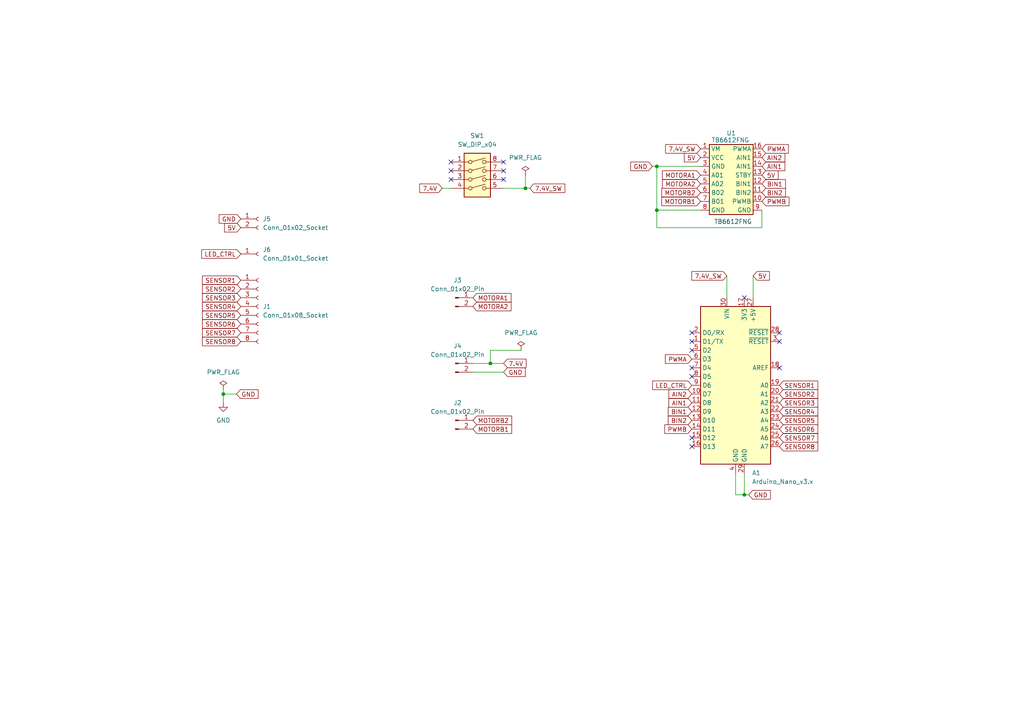
<source format=kicad_sch>
(kicad_sch
	(version 20231120)
	(generator "eeschema")
	(generator_version "8.0")
	(uuid "ad1f6dd2-fc6e-4f19-a12e-48b54700b98c")
	(paper "A4")
	(lib_symbols
		(symbol "Connector:Conn_01x01_Socket"
			(pin_names
				(offset 1.016) hide)
			(exclude_from_sim no)
			(in_bom yes)
			(on_board yes)
			(property "Reference" "J"
				(at 0 2.54 0)
				(effects
					(font
						(size 1.27 1.27)
					)
				)
			)
			(property "Value" "Conn_01x01_Socket"
				(at 0 -2.54 0)
				(effects
					(font
						(size 1.27 1.27)
					)
				)
			)
			(property "Footprint" ""
				(at 0 0 0)
				(effects
					(font
						(size 1.27 1.27)
					)
					(hide yes)
				)
			)
			(property "Datasheet" "~"
				(at 0 0 0)
				(effects
					(font
						(size 1.27 1.27)
					)
					(hide yes)
				)
			)
			(property "Description" "Generic connector, single row, 01x01, script generated"
				(at 0 0 0)
				(effects
					(font
						(size 1.27 1.27)
					)
					(hide yes)
				)
			)
			(property "ki_locked" ""
				(at 0 0 0)
				(effects
					(font
						(size 1.27 1.27)
					)
				)
			)
			(property "ki_keywords" "connector"
				(at 0 0 0)
				(effects
					(font
						(size 1.27 1.27)
					)
					(hide yes)
				)
			)
			(property "ki_fp_filters" "Connector*:*_1x??_*"
				(at 0 0 0)
				(effects
					(font
						(size 1.27 1.27)
					)
					(hide yes)
				)
			)
			(symbol "Conn_01x01_Socket_1_1"
				(polyline
					(pts
						(xy -1.27 0) (xy -0.508 0)
					)
					(stroke
						(width 0.1524)
						(type default)
					)
					(fill
						(type none)
					)
				)
				(arc
					(start 0 0.508)
					(mid -0.5058 0)
					(end 0 -0.508)
					(stroke
						(width 0.1524)
						(type default)
					)
					(fill
						(type none)
					)
				)
				(pin passive line
					(at -5.08 0 0)
					(length 3.81)
					(name "Pin_1"
						(effects
							(font
								(size 1.27 1.27)
							)
						)
					)
					(number "1"
						(effects
							(font
								(size 1.27 1.27)
							)
						)
					)
				)
			)
		)
		(symbol "Connector:Conn_01x02_Pin"
			(pin_names
				(offset 1.016) hide)
			(exclude_from_sim no)
			(in_bom yes)
			(on_board yes)
			(property "Reference" "J"
				(at 0 2.54 0)
				(effects
					(font
						(size 1.27 1.27)
					)
				)
			)
			(property "Value" "Conn_01x02_Pin"
				(at 0 -5.08 0)
				(effects
					(font
						(size 1.27 1.27)
					)
				)
			)
			(property "Footprint" ""
				(at 0 0 0)
				(effects
					(font
						(size 1.27 1.27)
					)
					(hide yes)
				)
			)
			(property "Datasheet" "~"
				(at 0 0 0)
				(effects
					(font
						(size 1.27 1.27)
					)
					(hide yes)
				)
			)
			(property "Description" "Generic connector, single row, 01x02, script generated"
				(at 0 0 0)
				(effects
					(font
						(size 1.27 1.27)
					)
					(hide yes)
				)
			)
			(property "ki_locked" ""
				(at 0 0 0)
				(effects
					(font
						(size 1.27 1.27)
					)
				)
			)
			(property "ki_keywords" "connector"
				(at 0 0 0)
				(effects
					(font
						(size 1.27 1.27)
					)
					(hide yes)
				)
			)
			(property "ki_fp_filters" "Connector*:*_1x??_*"
				(at 0 0 0)
				(effects
					(font
						(size 1.27 1.27)
					)
					(hide yes)
				)
			)
			(symbol "Conn_01x02_Pin_1_1"
				(polyline
					(pts
						(xy 1.27 -2.54) (xy 0.8636 -2.54)
					)
					(stroke
						(width 0.1524)
						(type default)
					)
					(fill
						(type none)
					)
				)
				(polyline
					(pts
						(xy 1.27 0) (xy 0.8636 0)
					)
					(stroke
						(width 0.1524)
						(type default)
					)
					(fill
						(type none)
					)
				)
				(rectangle
					(start 0.8636 -2.413)
					(end 0 -2.667)
					(stroke
						(width 0.1524)
						(type default)
					)
					(fill
						(type outline)
					)
				)
				(rectangle
					(start 0.8636 0.127)
					(end 0 -0.127)
					(stroke
						(width 0.1524)
						(type default)
					)
					(fill
						(type outline)
					)
				)
				(pin passive line
					(at 5.08 0 180)
					(length 3.81)
					(name "Pin_1"
						(effects
							(font
								(size 1.27 1.27)
							)
						)
					)
					(number "1"
						(effects
							(font
								(size 1.27 1.27)
							)
						)
					)
				)
				(pin passive line
					(at 5.08 -2.54 180)
					(length 3.81)
					(name "Pin_2"
						(effects
							(font
								(size 1.27 1.27)
							)
						)
					)
					(number "2"
						(effects
							(font
								(size 1.27 1.27)
							)
						)
					)
				)
			)
		)
		(symbol "Connector:Conn_01x02_Socket"
			(pin_names
				(offset 1.016) hide)
			(exclude_from_sim no)
			(in_bom yes)
			(on_board yes)
			(property "Reference" "J"
				(at 0 2.54 0)
				(effects
					(font
						(size 1.27 1.27)
					)
				)
			)
			(property "Value" "Conn_01x02_Socket"
				(at 0 -5.08 0)
				(effects
					(font
						(size 1.27 1.27)
					)
				)
			)
			(property "Footprint" ""
				(at 0 0 0)
				(effects
					(font
						(size 1.27 1.27)
					)
					(hide yes)
				)
			)
			(property "Datasheet" "~"
				(at 0 0 0)
				(effects
					(font
						(size 1.27 1.27)
					)
					(hide yes)
				)
			)
			(property "Description" "Generic connector, single row, 01x02, script generated"
				(at 0 0 0)
				(effects
					(font
						(size 1.27 1.27)
					)
					(hide yes)
				)
			)
			(property "ki_locked" ""
				(at 0 0 0)
				(effects
					(font
						(size 1.27 1.27)
					)
				)
			)
			(property "ki_keywords" "connector"
				(at 0 0 0)
				(effects
					(font
						(size 1.27 1.27)
					)
					(hide yes)
				)
			)
			(property "ki_fp_filters" "Connector*:*_1x??_*"
				(at 0 0 0)
				(effects
					(font
						(size 1.27 1.27)
					)
					(hide yes)
				)
			)
			(symbol "Conn_01x02_Socket_1_1"
				(arc
					(start 0 -2.032)
					(mid -0.5058 -2.54)
					(end 0 -3.048)
					(stroke
						(width 0.1524)
						(type default)
					)
					(fill
						(type none)
					)
				)
				(polyline
					(pts
						(xy -1.27 -2.54) (xy -0.508 -2.54)
					)
					(stroke
						(width 0.1524)
						(type default)
					)
					(fill
						(type none)
					)
				)
				(polyline
					(pts
						(xy -1.27 0) (xy -0.508 0)
					)
					(stroke
						(width 0.1524)
						(type default)
					)
					(fill
						(type none)
					)
				)
				(arc
					(start 0 0.508)
					(mid -0.5058 0)
					(end 0 -0.508)
					(stroke
						(width 0.1524)
						(type default)
					)
					(fill
						(type none)
					)
				)
				(pin passive line
					(at -5.08 0 0)
					(length 3.81)
					(name "Pin_1"
						(effects
							(font
								(size 1.27 1.27)
							)
						)
					)
					(number "1"
						(effects
							(font
								(size 1.27 1.27)
							)
						)
					)
				)
				(pin passive line
					(at -5.08 -2.54 0)
					(length 3.81)
					(name "Pin_2"
						(effects
							(font
								(size 1.27 1.27)
							)
						)
					)
					(number "2"
						(effects
							(font
								(size 1.27 1.27)
							)
						)
					)
				)
			)
		)
		(symbol "Connector:Conn_01x08_Socket"
			(pin_names
				(offset 1.016) hide)
			(exclude_from_sim no)
			(in_bom yes)
			(on_board yes)
			(property "Reference" "J"
				(at 0 10.16 0)
				(effects
					(font
						(size 1.27 1.27)
					)
				)
			)
			(property "Value" "Conn_01x08_Socket"
				(at 0 -12.7 0)
				(effects
					(font
						(size 1.27 1.27)
					)
				)
			)
			(property "Footprint" ""
				(at 0 0 0)
				(effects
					(font
						(size 1.27 1.27)
					)
					(hide yes)
				)
			)
			(property "Datasheet" "~"
				(at 0 0 0)
				(effects
					(font
						(size 1.27 1.27)
					)
					(hide yes)
				)
			)
			(property "Description" "Generic connector, single row, 01x08, script generated"
				(at 0 0 0)
				(effects
					(font
						(size 1.27 1.27)
					)
					(hide yes)
				)
			)
			(property "ki_locked" ""
				(at 0 0 0)
				(effects
					(font
						(size 1.27 1.27)
					)
				)
			)
			(property "ki_keywords" "connector"
				(at 0 0 0)
				(effects
					(font
						(size 1.27 1.27)
					)
					(hide yes)
				)
			)
			(property "ki_fp_filters" "Connector*:*_1x??_*"
				(at 0 0 0)
				(effects
					(font
						(size 1.27 1.27)
					)
					(hide yes)
				)
			)
			(symbol "Conn_01x08_Socket_1_1"
				(arc
					(start 0 -9.652)
					(mid -0.5058 -10.16)
					(end 0 -10.668)
					(stroke
						(width 0.1524)
						(type default)
					)
					(fill
						(type none)
					)
				)
				(arc
					(start 0 -7.112)
					(mid -0.5058 -7.62)
					(end 0 -8.128)
					(stroke
						(width 0.1524)
						(type default)
					)
					(fill
						(type none)
					)
				)
				(arc
					(start 0 -4.572)
					(mid -0.5058 -5.08)
					(end 0 -5.588)
					(stroke
						(width 0.1524)
						(type default)
					)
					(fill
						(type none)
					)
				)
				(arc
					(start 0 -2.032)
					(mid -0.5058 -2.54)
					(end 0 -3.048)
					(stroke
						(width 0.1524)
						(type default)
					)
					(fill
						(type none)
					)
				)
				(polyline
					(pts
						(xy -1.27 -10.16) (xy -0.508 -10.16)
					)
					(stroke
						(width 0.1524)
						(type default)
					)
					(fill
						(type none)
					)
				)
				(polyline
					(pts
						(xy -1.27 -7.62) (xy -0.508 -7.62)
					)
					(stroke
						(width 0.1524)
						(type default)
					)
					(fill
						(type none)
					)
				)
				(polyline
					(pts
						(xy -1.27 -5.08) (xy -0.508 -5.08)
					)
					(stroke
						(width 0.1524)
						(type default)
					)
					(fill
						(type none)
					)
				)
				(polyline
					(pts
						(xy -1.27 -2.54) (xy -0.508 -2.54)
					)
					(stroke
						(width 0.1524)
						(type default)
					)
					(fill
						(type none)
					)
				)
				(polyline
					(pts
						(xy -1.27 0) (xy -0.508 0)
					)
					(stroke
						(width 0.1524)
						(type default)
					)
					(fill
						(type none)
					)
				)
				(polyline
					(pts
						(xy -1.27 2.54) (xy -0.508 2.54)
					)
					(stroke
						(width 0.1524)
						(type default)
					)
					(fill
						(type none)
					)
				)
				(polyline
					(pts
						(xy -1.27 5.08) (xy -0.508 5.08)
					)
					(stroke
						(width 0.1524)
						(type default)
					)
					(fill
						(type none)
					)
				)
				(polyline
					(pts
						(xy -1.27 7.62) (xy -0.508 7.62)
					)
					(stroke
						(width 0.1524)
						(type default)
					)
					(fill
						(type none)
					)
				)
				(arc
					(start 0 0.508)
					(mid -0.5058 0)
					(end 0 -0.508)
					(stroke
						(width 0.1524)
						(type default)
					)
					(fill
						(type none)
					)
				)
				(arc
					(start 0 3.048)
					(mid -0.5058 2.54)
					(end 0 2.032)
					(stroke
						(width 0.1524)
						(type default)
					)
					(fill
						(type none)
					)
				)
				(arc
					(start 0 5.588)
					(mid -0.5058 5.08)
					(end 0 4.572)
					(stroke
						(width 0.1524)
						(type default)
					)
					(fill
						(type none)
					)
				)
				(arc
					(start 0 8.128)
					(mid -0.5058 7.62)
					(end 0 7.112)
					(stroke
						(width 0.1524)
						(type default)
					)
					(fill
						(type none)
					)
				)
				(pin passive line
					(at -5.08 7.62 0)
					(length 3.81)
					(name "Pin_1"
						(effects
							(font
								(size 1.27 1.27)
							)
						)
					)
					(number "1"
						(effects
							(font
								(size 1.27 1.27)
							)
						)
					)
				)
				(pin passive line
					(at -5.08 5.08 0)
					(length 3.81)
					(name "Pin_2"
						(effects
							(font
								(size 1.27 1.27)
							)
						)
					)
					(number "2"
						(effects
							(font
								(size 1.27 1.27)
							)
						)
					)
				)
				(pin passive line
					(at -5.08 2.54 0)
					(length 3.81)
					(name "Pin_3"
						(effects
							(font
								(size 1.27 1.27)
							)
						)
					)
					(number "3"
						(effects
							(font
								(size 1.27 1.27)
							)
						)
					)
				)
				(pin passive line
					(at -5.08 0 0)
					(length 3.81)
					(name "Pin_4"
						(effects
							(font
								(size 1.27 1.27)
							)
						)
					)
					(number "4"
						(effects
							(font
								(size 1.27 1.27)
							)
						)
					)
				)
				(pin passive line
					(at -5.08 -2.54 0)
					(length 3.81)
					(name "Pin_5"
						(effects
							(font
								(size 1.27 1.27)
							)
						)
					)
					(number "5"
						(effects
							(font
								(size 1.27 1.27)
							)
						)
					)
				)
				(pin passive line
					(at -5.08 -5.08 0)
					(length 3.81)
					(name "Pin_6"
						(effects
							(font
								(size 1.27 1.27)
							)
						)
					)
					(number "6"
						(effects
							(font
								(size 1.27 1.27)
							)
						)
					)
				)
				(pin passive line
					(at -5.08 -7.62 0)
					(length 3.81)
					(name "Pin_7"
						(effects
							(font
								(size 1.27 1.27)
							)
						)
					)
					(number "7"
						(effects
							(font
								(size 1.27 1.27)
							)
						)
					)
				)
				(pin passive line
					(at -5.08 -10.16 0)
					(length 3.81)
					(name "Pin_8"
						(effects
							(font
								(size 1.27 1.27)
							)
						)
					)
					(number "8"
						(effects
							(font
								(size 1.27 1.27)
							)
						)
					)
				)
			)
		)
		(symbol "MCU_Module:Arduino_Nano_v3.x"
			(exclude_from_sim no)
			(in_bom yes)
			(on_board yes)
			(property "Reference" "A"
				(at -10.16 23.495 0)
				(effects
					(font
						(size 1.27 1.27)
					)
					(justify left bottom)
				)
			)
			(property "Value" "Arduino_Nano_v3.x"
				(at 5.08 -24.13 0)
				(effects
					(font
						(size 1.27 1.27)
					)
					(justify left top)
				)
			)
			(property "Footprint" "Module:Arduino_Nano"
				(at 0 0 0)
				(effects
					(font
						(size 1.27 1.27)
						(italic yes)
					)
					(hide yes)
				)
			)
			(property "Datasheet" "http://www.mouser.com/pdfdocs/Gravitech_Arduino_Nano3_0.pdf"
				(at 0 0 0)
				(effects
					(font
						(size 1.27 1.27)
					)
					(hide yes)
				)
			)
			(property "Description" "Arduino Nano v3.x"
				(at 0 0 0)
				(effects
					(font
						(size 1.27 1.27)
					)
					(hide yes)
				)
			)
			(property "ki_keywords" "Arduino nano microcontroller module USB"
				(at 0 0 0)
				(effects
					(font
						(size 1.27 1.27)
					)
					(hide yes)
				)
			)
			(property "ki_fp_filters" "Arduino*Nano*"
				(at 0 0 0)
				(effects
					(font
						(size 1.27 1.27)
					)
					(hide yes)
				)
			)
			(symbol "Arduino_Nano_v3.x_0_1"
				(rectangle
					(start -10.16 22.86)
					(end 10.16 -22.86)
					(stroke
						(width 0.254)
						(type default)
					)
					(fill
						(type background)
					)
				)
			)
			(symbol "Arduino_Nano_v3.x_1_1"
				(pin bidirectional line
					(at -12.7 12.7 0)
					(length 2.54)
					(name "D1/TX"
						(effects
							(font
								(size 1.27 1.27)
							)
						)
					)
					(number "1"
						(effects
							(font
								(size 1.27 1.27)
							)
						)
					)
				)
				(pin bidirectional line
					(at -12.7 -2.54 0)
					(length 2.54)
					(name "D7"
						(effects
							(font
								(size 1.27 1.27)
							)
						)
					)
					(number "10"
						(effects
							(font
								(size 1.27 1.27)
							)
						)
					)
				)
				(pin bidirectional line
					(at -12.7 -5.08 0)
					(length 2.54)
					(name "D8"
						(effects
							(font
								(size 1.27 1.27)
							)
						)
					)
					(number "11"
						(effects
							(font
								(size 1.27 1.27)
							)
						)
					)
				)
				(pin bidirectional line
					(at -12.7 -7.62 0)
					(length 2.54)
					(name "D9"
						(effects
							(font
								(size 1.27 1.27)
							)
						)
					)
					(number "12"
						(effects
							(font
								(size 1.27 1.27)
							)
						)
					)
				)
				(pin bidirectional line
					(at -12.7 -10.16 0)
					(length 2.54)
					(name "D10"
						(effects
							(font
								(size 1.27 1.27)
							)
						)
					)
					(number "13"
						(effects
							(font
								(size 1.27 1.27)
							)
						)
					)
				)
				(pin bidirectional line
					(at -12.7 -12.7 0)
					(length 2.54)
					(name "D11"
						(effects
							(font
								(size 1.27 1.27)
							)
						)
					)
					(number "14"
						(effects
							(font
								(size 1.27 1.27)
							)
						)
					)
				)
				(pin bidirectional line
					(at -12.7 -15.24 0)
					(length 2.54)
					(name "D12"
						(effects
							(font
								(size 1.27 1.27)
							)
						)
					)
					(number "15"
						(effects
							(font
								(size 1.27 1.27)
							)
						)
					)
				)
				(pin bidirectional line
					(at -12.7 -17.78 0)
					(length 2.54)
					(name "D13"
						(effects
							(font
								(size 1.27 1.27)
							)
						)
					)
					(number "16"
						(effects
							(font
								(size 1.27 1.27)
							)
						)
					)
				)
				(pin power_out line
					(at 2.54 25.4 270)
					(length 2.54)
					(name "3V3"
						(effects
							(font
								(size 1.27 1.27)
							)
						)
					)
					(number "17"
						(effects
							(font
								(size 1.27 1.27)
							)
						)
					)
				)
				(pin input line
					(at 12.7 5.08 180)
					(length 2.54)
					(name "AREF"
						(effects
							(font
								(size 1.27 1.27)
							)
						)
					)
					(number "18"
						(effects
							(font
								(size 1.27 1.27)
							)
						)
					)
				)
				(pin bidirectional line
					(at 12.7 0 180)
					(length 2.54)
					(name "A0"
						(effects
							(font
								(size 1.27 1.27)
							)
						)
					)
					(number "19"
						(effects
							(font
								(size 1.27 1.27)
							)
						)
					)
				)
				(pin bidirectional line
					(at -12.7 15.24 0)
					(length 2.54)
					(name "D0/RX"
						(effects
							(font
								(size 1.27 1.27)
							)
						)
					)
					(number "2"
						(effects
							(font
								(size 1.27 1.27)
							)
						)
					)
				)
				(pin bidirectional line
					(at 12.7 -2.54 180)
					(length 2.54)
					(name "A1"
						(effects
							(font
								(size 1.27 1.27)
							)
						)
					)
					(number "20"
						(effects
							(font
								(size 1.27 1.27)
							)
						)
					)
				)
				(pin bidirectional line
					(at 12.7 -5.08 180)
					(length 2.54)
					(name "A2"
						(effects
							(font
								(size 1.27 1.27)
							)
						)
					)
					(number "21"
						(effects
							(font
								(size 1.27 1.27)
							)
						)
					)
				)
				(pin bidirectional line
					(at 12.7 -7.62 180)
					(length 2.54)
					(name "A3"
						(effects
							(font
								(size 1.27 1.27)
							)
						)
					)
					(number "22"
						(effects
							(font
								(size 1.27 1.27)
							)
						)
					)
				)
				(pin bidirectional line
					(at 12.7 -10.16 180)
					(length 2.54)
					(name "A4"
						(effects
							(font
								(size 1.27 1.27)
							)
						)
					)
					(number "23"
						(effects
							(font
								(size 1.27 1.27)
							)
						)
					)
				)
				(pin bidirectional line
					(at 12.7 -12.7 180)
					(length 2.54)
					(name "A5"
						(effects
							(font
								(size 1.27 1.27)
							)
						)
					)
					(number "24"
						(effects
							(font
								(size 1.27 1.27)
							)
						)
					)
				)
				(pin bidirectional line
					(at 12.7 -15.24 180)
					(length 2.54)
					(name "A6"
						(effects
							(font
								(size 1.27 1.27)
							)
						)
					)
					(number "25"
						(effects
							(font
								(size 1.27 1.27)
							)
						)
					)
				)
				(pin bidirectional line
					(at 12.7 -17.78 180)
					(length 2.54)
					(name "A7"
						(effects
							(font
								(size 1.27 1.27)
							)
						)
					)
					(number "26"
						(effects
							(font
								(size 1.27 1.27)
							)
						)
					)
				)
				(pin power_out line
					(at 5.08 25.4 270)
					(length 2.54)
					(name "+5V"
						(effects
							(font
								(size 1.27 1.27)
							)
						)
					)
					(number "27"
						(effects
							(font
								(size 1.27 1.27)
							)
						)
					)
				)
				(pin input line
					(at 12.7 15.24 180)
					(length 2.54)
					(name "~{RESET}"
						(effects
							(font
								(size 1.27 1.27)
							)
						)
					)
					(number "28"
						(effects
							(font
								(size 1.27 1.27)
							)
						)
					)
				)
				(pin power_in line
					(at 2.54 -25.4 90)
					(length 2.54)
					(name "GND"
						(effects
							(font
								(size 1.27 1.27)
							)
						)
					)
					(number "29"
						(effects
							(font
								(size 1.27 1.27)
							)
						)
					)
				)
				(pin input line
					(at 12.7 12.7 180)
					(length 2.54)
					(name "~{RESET}"
						(effects
							(font
								(size 1.27 1.27)
							)
						)
					)
					(number "3"
						(effects
							(font
								(size 1.27 1.27)
							)
						)
					)
				)
				(pin power_in line
					(at -2.54 25.4 270)
					(length 2.54)
					(name "VIN"
						(effects
							(font
								(size 1.27 1.27)
							)
						)
					)
					(number "30"
						(effects
							(font
								(size 1.27 1.27)
							)
						)
					)
				)
				(pin power_in line
					(at 0 -25.4 90)
					(length 2.54)
					(name "GND"
						(effects
							(font
								(size 1.27 1.27)
							)
						)
					)
					(number "4"
						(effects
							(font
								(size 1.27 1.27)
							)
						)
					)
				)
				(pin bidirectional line
					(at -12.7 10.16 0)
					(length 2.54)
					(name "D2"
						(effects
							(font
								(size 1.27 1.27)
							)
						)
					)
					(number "5"
						(effects
							(font
								(size 1.27 1.27)
							)
						)
					)
				)
				(pin bidirectional line
					(at -12.7 7.62 0)
					(length 2.54)
					(name "D3"
						(effects
							(font
								(size 1.27 1.27)
							)
						)
					)
					(number "6"
						(effects
							(font
								(size 1.27 1.27)
							)
						)
					)
				)
				(pin bidirectional line
					(at -12.7 5.08 0)
					(length 2.54)
					(name "D4"
						(effects
							(font
								(size 1.27 1.27)
							)
						)
					)
					(number "7"
						(effects
							(font
								(size 1.27 1.27)
							)
						)
					)
				)
				(pin bidirectional line
					(at -12.7 2.54 0)
					(length 2.54)
					(name "D5"
						(effects
							(font
								(size 1.27 1.27)
							)
						)
					)
					(number "8"
						(effects
							(font
								(size 1.27 1.27)
							)
						)
					)
				)
				(pin bidirectional line
					(at -12.7 0 0)
					(length 2.54)
					(name "D6"
						(effects
							(font
								(size 1.27 1.27)
							)
						)
					)
					(number "9"
						(effects
							(font
								(size 1.27 1.27)
							)
						)
					)
				)
			)
		)
		(symbol "Motor_Driver:TB6612FNG"
			(exclude_from_sim no)
			(in_bom yes)
			(on_board yes)
			(property "Reference" "U"
				(at 0 1.27 0)
				(effects
					(font
						(size 1.27 1.27)
					)
				)
			)
			(property "Value" ""
				(at 0 0 0)
				(effects
					(font
						(size 1.27 1.27)
					)
				)
			)
			(property "Footprint" ""
				(at 0 0 0)
				(effects
					(font
						(size 1.27 1.27)
					)
					(hide yes)
				)
			)
			(property "Datasheet" ""
				(at 0 0 0)
				(effects
					(font
						(size 1.27 1.27)
					)
					(hide yes)
				)
			)
			(property "Description" ""
				(at 0 0 0)
				(effects
					(font
						(size 1.27 1.27)
					)
					(hide yes)
				)
			)
			(symbol "TB6612FNG_0_1"
				(rectangle
					(start -6.35 -1.27)
					(end 6.35 -21.59)
					(stroke
						(width 0.254)
						(type default)
					)
					(fill
						(type background)
					)
				)
			)
			(symbol "TB6612FNG_1_1"
				(text "TB6612FNG"
					(at 0.508 -23.622 0)
					(effects
						(font
							(size 1.27 1.27)
							(color 0 62 62 1)
						)
					)
				)
				(pin input line
					(at -8.89 -2.54 0)
					(length 2.54)
					(name "VM"
						(effects
							(font
								(size 1.27 1.27)
							)
						)
					)
					(number "1"
						(effects
							(font
								(size 1.27 1.27)
							)
						)
					)
				)
				(pin input line
					(at 8.89 -17.78 180)
					(length 2.54)
					(name "PWMB"
						(effects
							(font
								(size 1.27 1.27)
							)
						)
					)
					(number "10"
						(effects
							(font
								(size 1.27 1.27)
							)
						)
					)
				)
				(pin input line
					(at 8.89 -15.24 180)
					(length 2.54)
					(name "BIN2"
						(effects
							(font
								(size 1.27 1.27)
							)
						)
					)
					(number "11"
						(effects
							(font
								(size 1.27 1.27)
							)
						)
					)
				)
				(pin input line
					(at 8.89 -12.7 180)
					(length 2.54)
					(name "BIN1"
						(effects
							(font
								(size 1.27 1.27)
							)
						)
					)
					(number "12"
						(effects
							(font
								(size 1.27 1.27)
							)
						)
					)
				)
				(pin input line
					(at 8.89 -10.16 180)
					(length 2.54)
					(name "STBY"
						(effects
							(font
								(size 1.27 1.27)
							)
						)
					)
					(number "13"
						(effects
							(font
								(size 1.27 1.27)
							)
						)
					)
				)
				(pin input line
					(at 8.89 -7.62 180)
					(length 2.54)
					(name "AIN1"
						(effects
							(font
								(size 1.27 1.27)
							)
						)
					)
					(number "14"
						(effects
							(font
								(size 1.27 1.27)
							)
						)
					)
				)
				(pin input line
					(at 8.89 -5.08 180)
					(length 2.54)
					(name "AIN1"
						(effects
							(font
								(size 1.27 1.27)
							)
						)
					)
					(number "15"
						(effects
							(font
								(size 1.27 1.27)
							)
						)
					)
				)
				(pin input line
					(at 8.89 -2.54 180)
					(length 2.54)
					(name "PWMA"
						(effects
							(font
								(size 1.27 1.27)
							)
						)
					)
					(number "16"
						(effects
							(font
								(size 1.27 1.27)
							)
						)
					)
				)
				(pin input line
					(at -8.89 -5.08 0)
					(length 2.54)
					(name "VCC"
						(effects
							(font
								(size 1.27 1.27)
							)
						)
					)
					(number "2"
						(effects
							(font
								(size 1.27 1.27)
							)
						)
					)
				)
				(pin input line
					(at -8.89 -7.62 0)
					(length 2.54)
					(name "GND"
						(effects
							(font
								(size 1.27 1.27)
							)
						)
					)
					(number "3"
						(effects
							(font
								(size 1.27 1.27)
							)
						)
					)
				)
				(pin output line
					(at -8.89 -10.16 0)
					(length 2.54)
					(name "A01"
						(effects
							(font
								(size 1.27 1.27)
							)
						)
					)
					(number "4"
						(effects
							(font
								(size 1.27 1.27)
							)
						)
					)
				)
				(pin output line
					(at -8.89 -12.7 0)
					(length 2.54)
					(name "A02"
						(effects
							(font
								(size 1.27 1.27)
							)
						)
					)
					(number "5"
						(effects
							(font
								(size 1.27 1.27)
							)
						)
					)
				)
				(pin output line
					(at -8.89 -15.24 0)
					(length 2.54)
					(name "B02"
						(effects
							(font
								(size 1.27 1.27)
							)
						)
					)
					(number "6"
						(effects
							(font
								(size 1.27 1.27)
							)
						)
					)
				)
				(pin output line
					(at -8.89 -17.78 0)
					(length 2.54)
					(name "B01"
						(effects
							(font
								(size 1.27 1.27)
							)
						)
					)
					(number "7"
						(effects
							(font
								(size 1.27 1.27)
							)
						)
					)
				)
				(pin input line
					(at -8.89 -20.32 0)
					(length 2.54)
					(name "GND"
						(effects
							(font
								(size 1.27 1.27)
							)
						)
					)
					(number "8"
						(effects
							(font
								(size 1.27 1.27)
							)
						)
					)
				)
				(pin input line
					(at 8.89 -20.32 180)
					(length 2.54)
					(name "GND"
						(effects
							(font
								(size 1.27 1.27)
							)
						)
					)
					(number "9"
						(effects
							(font
								(size 1.27 1.27)
							)
						)
					)
				)
			)
		)
		(symbol "Switch:SW_DIP_x04"
			(pin_names
				(offset 0) hide)
			(exclude_from_sim no)
			(in_bom yes)
			(on_board yes)
			(property "Reference" "SW"
				(at 0 8.89 0)
				(effects
					(font
						(size 1.27 1.27)
					)
				)
			)
			(property "Value" "SW_DIP_x04"
				(at 0 -6.35 0)
				(effects
					(font
						(size 1.27 1.27)
					)
				)
			)
			(property "Footprint" ""
				(at 0 0 0)
				(effects
					(font
						(size 1.27 1.27)
					)
					(hide yes)
				)
			)
			(property "Datasheet" "~"
				(at 0 0 0)
				(effects
					(font
						(size 1.27 1.27)
					)
					(hide yes)
				)
			)
			(property "Description" "4x DIP Switch, Single Pole Single Throw (SPST) switch, small symbol"
				(at 0 0 0)
				(effects
					(font
						(size 1.27 1.27)
					)
					(hide yes)
				)
			)
			(property "ki_keywords" "dip switch"
				(at 0 0 0)
				(effects
					(font
						(size 1.27 1.27)
					)
					(hide yes)
				)
			)
			(property "ki_fp_filters" "SW?DIP?x4*"
				(at 0 0 0)
				(effects
					(font
						(size 1.27 1.27)
					)
					(hide yes)
				)
			)
			(symbol "SW_DIP_x04_0_0"
				(circle
					(center -2.032 -2.54)
					(radius 0.508)
					(stroke
						(width 0)
						(type default)
					)
					(fill
						(type none)
					)
				)
				(circle
					(center -2.032 0)
					(radius 0.508)
					(stroke
						(width 0)
						(type default)
					)
					(fill
						(type none)
					)
				)
				(circle
					(center -2.032 2.54)
					(radius 0.508)
					(stroke
						(width 0)
						(type default)
					)
					(fill
						(type none)
					)
				)
				(circle
					(center -2.032 5.08)
					(radius 0.508)
					(stroke
						(width 0)
						(type default)
					)
					(fill
						(type none)
					)
				)
				(polyline
					(pts
						(xy -1.524 -2.3876) (xy 2.3622 -1.3462)
					)
					(stroke
						(width 0)
						(type default)
					)
					(fill
						(type none)
					)
				)
				(polyline
					(pts
						(xy -1.524 0.127) (xy 2.3622 1.1684)
					)
					(stroke
						(width 0)
						(type default)
					)
					(fill
						(type none)
					)
				)
				(polyline
					(pts
						(xy -1.524 2.667) (xy 2.3622 3.7084)
					)
					(stroke
						(width 0)
						(type default)
					)
					(fill
						(type none)
					)
				)
				(polyline
					(pts
						(xy -1.524 5.207) (xy 2.3622 6.2484)
					)
					(stroke
						(width 0)
						(type default)
					)
					(fill
						(type none)
					)
				)
				(circle
					(center 2.032 -2.54)
					(radius 0.508)
					(stroke
						(width 0)
						(type default)
					)
					(fill
						(type none)
					)
				)
				(circle
					(center 2.032 0)
					(radius 0.508)
					(stroke
						(width 0)
						(type default)
					)
					(fill
						(type none)
					)
				)
				(circle
					(center 2.032 2.54)
					(radius 0.508)
					(stroke
						(width 0)
						(type default)
					)
					(fill
						(type none)
					)
				)
				(circle
					(center 2.032 5.08)
					(radius 0.508)
					(stroke
						(width 0)
						(type default)
					)
					(fill
						(type none)
					)
				)
			)
			(symbol "SW_DIP_x04_0_1"
				(rectangle
					(start -3.81 7.62)
					(end 3.81 -5.08)
					(stroke
						(width 0.254)
						(type default)
					)
					(fill
						(type background)
					)
				)
			)
			(symbol "SW_DIP_x04_1_1"
				(pin passive line
					(at -7.62 5.08 0)
					(length 5.08)
					(name "~"
						(effects
							(font
								(size 1.27 1.27)
							)
						)
					)
					(number "1"
						(effects
							(font
								(size 1.27 1.27)
							)
						)
					)
				)
				(pin passive line
					(at -7.62 2.54 0)
					(length 5.08)
					(name "~"
						(effects
							(font
								(size 1.27 1.27)
							)
						)
					)
					(number "2"
						(effects
							(font
								(size 1.27 1.27)
							)
						)
					)
				)
				(pin passive line
					(at -7.62 0 0)
					(length 5.08)
					(name "~"
						(effects
							(font
								(size 1.27 1.27)
							)
						)
					)
					(number "3"
						(effects
							(font
								(size 1.27 1.27)
							)
						)
					)
				)
				(pin passive line
					(at -7.62 -2.54 0)
					(length 5.08)
					(name "~"
						(effects
							(font
								(size 1.27 1.27)
							)
						)
					)
					(number "4"
						(effects
							(font
								(size 1.27 1.27)
							)
						)
					)
				)
				(pin passive line
					(at 7.62 -2.54 180)
					(length 5.08)
					(name "~"
						(effects
							(font
								(size 1.27 1.27)
							)
						)
					)
					(number "5"
						(effects
							(font
								(size 1.27 1.27)
							)
						)
					)
				)
				(pin passive line
					(at 7.62 0 180)
					(length 5.08)
					(name "~"
						(effects
							(font
								(size 1.27 1.27)
							)
						)
					)
					(number "6"
						(effects
							(font
								(size 1.27 1.27)
							)
						)
					)
				)
				(pin passive line
					(at 7.62 2.54 180)
					(length 5.08)
					(name "~"
						(effects
							(font
								(size 1.27 1.27)
							)
						)
					)
					(number "7"
						(effects
							(font
								(size 1.27 1.27)
							)
						)
					)
				)
				(pin passive line
					(at 7.62 5.08 180)
					(length 5.08)
					(name "~"
						(effects
							(font
								(size 1.27 1.27)
							)
						)
					)
					(number "8"
						(effects
							(font
								(size 1.27 1.27)
							)
						)
					)
				)
			)
		)
		(symbol "power:GND"
			(power)
			(pin_numbers hide)
			(pin_names
				(offset 0) hide)
			(exclude_from_sim no)
			(in_bom yes)
			(on_board yes)
			(property "Reference" "#PWR"
				(at 0 -6.35 0)
				(effects
					(font
						(size 1.27 1.27)
					)
					(hide yes)
				)
			)
			(property "Value" "GND"
				(at 0 -3.81 0)
				(effects
					(font
						(size 1.27 1.27)
					)
				)
			)
			(property "Footprint" ""
				(at 0 0 0)
				(effects
					(font
						(size 1.27 1.27)
					)
					(hide yes)
				)
			)
			(property "Datasheet" ""
				(at 0 0 0)
				(effects
					(font
						(size 1.27 1.27)
					)
					(hide yes)
				)
			)
			(property "Description" "Power symbol creates a global label with name \"GND\" , ground"
				(at 0 0 0)
				(effects
					(font
						(size 1.27 1.27)
					)
					(hide yes)
				)
			)
			(property "ki_keywords" "global power"
				(at 0 0 0)
				(effects
					(font
						(size 1.27 1.27)
					)
					(hide yes)
				)
			)
			(symbol "GND_0_1"
				(polyline
					(pts
						(xy 0 0) (xy 0 -1.27) (xy 1.27 -1.27) (xy 0 -2.54) (xy -1.27 -1.27) (xy 0 -1.27)
					)
					(stroke
						(width 0)
						(type default)
					)
					(fill
						(type none)
					)
				)
			)
			(symbol "GND_1_1"
				(pin power_in line
					(at 0 0 270)
					(length 0)
					(name "~"
						(effects
							(font
								(size 1.27 1.27)
							)
						)
					)
					(number "1"
						(effects
							(font
								(size 1.27 1.27)
							)
						)
					)
				)
			)
		)
		(symbol "power:PWR_FLAG"
			(power)
			(pin_numbers hide)
			(pin_names
				(offset 0) hide)
			(exclude_from_sim no)
			(in_bom yes)
			(on_board yes)
			(property "Reference" "#FLG"
				(at 0 1.905 0)
				(effects
					(font
						(size 1.27 1.27)
					)
					(hide yes)
				)
			)
			(property "Value" "PWR_FLAG"
				(at 0 3.81 0)
				(effects
					(font
						(size 1.27 1.27)
					)
				)
			)
			(property "Footprint" ""
				(at 0 0 0)
				(effects
					(font
						(size 1.27 1.27)
					)
					(hide yes)
				)
			)
			(property "Datasheet" "~"
				(at 0 0 0)
				(effects
					(font
						(size 1.27 1.27)
					)
					(hide yes)
				)
			)
			(property "Description" "Special symbol for telling ERC where power comes from"
				(at 0 0 0)
				(effects
					(font
						(size 1.27 1.27)
					)
					(hide yes)
				)
			)
			(property "ki_keywords" "flag power"
				(at 0 0 0)
				(effects
					(font
						(size 1.27 1.27)
					)
					(hide yes)
				)
			)
			(symbol "PWR_FLAG_0_0"
				(pin power_out line
					(at 0 0 90)
					(length 0)
					(name "~"
						(effects
							(font
								(size 1.27 1.27)
							)
						)
					)
					(number "1"
						(effects
							(font
								(size 1.27 1.27)
							)
						)
					)
				)
			)
			(symbol "PWR_FLAG_0_1"
				(polyline
					(pts
						(xy 0 0) (xy 0 1.27) (xy -1.016 1.905) (xy 0 2.54) (xy 1.016 1.905) (xy 0 1.27)
					)
					(stroke
						(width 0)
						(type default)
					)
					(fill
						(type none)
					)
				)
			)
		)
	)
	(junction
		(at 152.4 54.61)
		(diameter 0)
		(color 0 0 0 0)
		(uuid "12e4d650-3de9-4959-88e8-52357839778b")
	)
	(junction
		(at 190.5 48.26)
		(diameter 0)
		(color 0 0 0 0)
		(uuid "16090336-b886-42cf-9dd7-4707a52ada9c")
	)
	(junction
		(at 190.5 60.96)
		(diameter 0)
		(color 0 0 0 0)
		(uuid "24631863-0c46-4bba-93b0-a28af8cb65ce")
	)
	(junction
		(at 64.77 114.3)
		(diameter 0)
		(color 0 0 0 0)
		(uuid "9e03d348-0439-4229-af5f-30b01193b6b5")
	)
	(junction
		(at 142.24 105.41)
		(diameter 0)
		(color 0 0 0 0)
		(uuid "bca5e080-961a-4a8a-8a14-111ace75fd0e")
	)
	(junction
		(at 215.9 143.51)
		(diameter 0)
		(color 0 0 0 0)
		(uuid "c08d0c0f-63c4-4042-a59a-172a12b83726")
	)
	(no_connect
		(at 200.66 127)
		(uuid "27eb1bf7-c371-4cff-ba92-e3f7522d960f")
	)
	(no_connect
		(at 130.81 49.53)
		(uuid "32289dfd-4021-4e4c-9ecd-d11a9dc0611b")
	)
	(no_connect
		(at 146.05 49.53)
		(uuid "388aeda0-0a89-4c2c-885e-3a30b8fcfb1b")
	)
	(no_connect
		(at 226.06 99.06)
		(uuid "50f66a15-0583-4f72-a51d-67b9517074e7")
	)
	(no_connect
		(at 200.66 129.54)
		(uuid "6d7e3be4-e251-46ca-9589-f29f0e3c5fb9")
	)
	(no_connect
		(at 226.06 96.52)
		(uuid "737ccc45-0498-429a-9ee4-be0c035dad1c")
	)
	(no_connect
		(at 130.81 52.07)
		(uuid "77dea102-c450-4630-996a-e914c49efc24")
	)
	(no_connect
		(at 200.66 109.22)
		(uuid "7d38d118-509e-4f2b-9872-be2db1e084eb")
	)
	(no_connect
		(at 200.66 101.6)
		(uuid "8d46bc1d-44e5-4440-b2c4-4d6554eef867")
	)
	(no_connect
		(at 130.81 46.99)
		(uuid "97b13ed3-eb37-4ac8-a9e4-8c9ab8a29ffb")
	)
	(no_connect
		(at 200.66 106.68)
		(uuid "a777c2ca-fb47-4f35-8a08-d432578a426e")
	)
	(no_connect
		(at 146.05 52.07)
		(uuid "ba4b303b-eb05-487c-826b-45bba6b8e434")
	)
	(no_connect
		(at 200.66 96.52)
		(uuid "c6993f6f-634f-4981-9419-330ae9cc71c4")
	)
	(no_connect
		(at 146.05 46.99)
		(uuid "cb40cbab-2bfa-4e6a-bde2-1052b10ce340")
	)
	(no_connect
		(at 226.06 106.68)
		(uuid "d0c677af-6b22-4529-9d33-082c70f3886e")
	)
	(no_connect
		(at 200.66 99.06)
		(uuid "d92d1a17-7ada-469b-89ee-ec372114ea2d")
	)
	(no_connect
		(at 215.9 86.36)
		(uuid "ff7f8873-4f2c-4d61-a89e-fb68ef450cf9")
	)
	(wire
		(pts
			(xy 64.77 113.03) (xy 64.77 114.3)
		)
		(stroke
			(width 0)
			(type default)
		)
		(uuid "202c53ae-efd1-42bd-af76-2ff0fba6fbe0")
	)
	(wire
		(pts
			(xy 220.98 66.04) (xy 190.5 66.04)
		)
		(stroke
			(width 0)
			(type default)
		)
		(uuid "38e2bd89-cdde-4e1f-9591-279c061ba55f")
	)
	(wire
		(pts
			(xy 220.98 60.96) (xy 220.98 66.04)
		)
		(stroke
			(width 0)
			(type default)
		)
		(uuid "39beb28e-292d-4e3d-8ef6-f8956f8f7f24")
	)
	(wire
		(pts
			(xy 210.82 80.01) (xy 210.82 86.36)
		)
		(stroke
			(width 0)
			(type default)
		)
		(uuid "3d938647-9b82-415b-9bd4-f583a595ffd0")
	)
	(wire
		(pts
			(xy 203.2 60.96) (xy 190.5 60.96)
		)
		(stroke
			(width 0)
			(type default)
		)
		(uuid "3edf2c7b-1ceb-42ef-a5e3-16c5edd350f9")
	)
	(wire
		(pts
			(xy 146.05 105.41) (xy 142.24 105.41)
		)
		(stroke
			(width 0)
			(type default)
		)
		(uuid "4485e13c-f491-4e9c-9e7b-3701b6a4fe26")
	)
	(wire
		(pts
			(xy 189.23 48.26) (xy 190.5 48.26)
		)
		(stroke
			(width 0)
			(type default)
		)
		(uuid "52cb4136-6c0d-4392-88c9-6f2514805e01")
	)
	(wire
		(pts
			(xy 190.5 66.04) (xy 190.5 60.96)
		)
		(stroke
			(width 0)
			(type default)
		)
		(uuid "53c00013-fb4b-48bf-8062-4e68c8e68e41")
	)
	(wire
		(pts
			(xy 137.16 107.95) (xy 146.05 107.95)
		)
		(stroke
			(width 0)
			(type default)
		)
		(uuid "6ca10743-9d2b-4ab0-9a34-8a81c01798bc")
	)
	(wire
		(pts
			(xy 142.24 101.6) (xy 142.24 105.41)
		)
		(stroke
			(width 0)
			(type default)
		)
		(uuid "70ae811f-29c1-4435-91a3-601a04a504bb")
	)
	(wire
		(pts
			(xy 146.05 54.61) (xy 152.4 54.61)
		)
		(stroke
			(width 0)
			(type default)
		)
		(uuid "72710bcc-a7ee-4c7e-933b-60b7e3236f08")
	)
	(wire
		(pts
			(xy 151.13 101.6) (xy 142.24 101.6)
		)
		(stroke
			(width 0)
			(type default)
		)
		(uuid "8027d521-9758-48da-9e9b-65ede5e1908e")
	)
	(wire
		(pts
			(xy 142.24 105.41) (xy 137.16 105.41)
		)
		(stroke
			(width 0)
			(type default)
		)
		(uuid "867894ff-0280-4525-ad89-400875fca7d5")
	)
	(wire
		(pts
			(xy 213.36 143.51) (xy 215.9 143.51)
		)
		(stroke
			(width 0)
			(type default)
		)
		(uuid "94c19919-25df-4b81-9514-9efca3b1b5b0")
	)
	(wire
		(pts
			(xy 152.4 50.8) (xy 152.4 54.61)
		)
		(stroke
			(width 0)
			(type default)
		)
		(uuid "9aa99bae-417a-497e-9f81-3edecd7bf0c2")
	)
	(wire
		(pts
			(xy 215.9 143.51) (xy 215.9 137.16)
		)
		(stroke
			(width 0)
			(type default)
		)
		(uuid "afcb6270-67bd-4f97-a6a0-365d469ea025")
	)
	(wire
		(pts
			(xy 152.4 54.61) (xy 153.67 54.61)
		)
		(stroke
			(width 0)
			(type default)
		)
		(uuid "b55f6bb1-4eb1-4e47-9bae-9ca9170c98b5")
	)
	(wire
		(pts
			(xy 64.77 114.3) (xy 64.77 116.84)
		)
		(stroke
			(width 0)
			(type default)
		)
		(uuid "b64812eb-4577-45c5-afbd-e661f16361f6")
	)
	(wire
		(pts
			(xy 190.5 48.26) (xy 203.2 48.26)
		)
		(stroke
			(width 0)
			(type default)
		)
		(uuid "bb84d060-c525-416b-9fd8-6191c2850cfe")
	)
	(wire
		(pts
			(xy 68.58 114.3) (xy 64.77 114.3)
		)
		(stroke
			(width 0)
			(type default)
		)
		(uuid "c88e76fa-c67c-452d-a926-f9e56e615a25")
	)
	(wire
		(pts
			(xy 218.44 80.01) (xy 218.44 86.36)
		)
		(stroke
			(width 0)
			(type default)
		)
		(uuid "d41b2e48-3c38-4075-959d-a397d0a456a7")
	)
	(wire
		(pts
			(xy 213.36 137.16) (xy 213.36 143.51)
		)
		(stroke
			(width 0)
			(type default)
		)
		(uuid "ddc85d0b-1dfb-498f-bf26-8746b130dd1a")
	)
	(wire
		(pts
			(xy 190.5 60.96) (xy 190.5 48.26)
		)
		(stroke
			(width 0)
			(type default)
		)
		(uuid "e1e31f24-b207-43f1-8c40-98faffaebcca")
	)
	(wire
		(pts
			(xy 217.17 143.51) (xy 215.9 143.51)
		)
		(stroke
			(width 0)
			(type default)
		)
		(uuid "e92f6e79-9476-41ed-842a-87b070959f91")
	)
	(wire
		(pts
			(xy 128.27 54.61) (xy 130.81 54.61)
		)
		(stroke
			(width 0)
			(type default)
		)
		(uuid "f422d2d0-9dc0-4024-9ec7-ff1ead1b6279")
	)
	(global_label "AIN2"
		(shape input)
		(at 200.66 114.3 180)
		(fields_autoplaced yes)
		(effects
			(font
				(size 1.27 1.27)
			)
			(justify right)
		)
		(uuid "0c420740-cba8-4273-aead-34c9f8076f9d")
		(property "Intersheetrefs" "${INTERSHEET_REFS}"
			(at 193.4414 114.3 0)
			(effects
				(font
					(size 1.27 1.27)
				)
				(justify right)
				(hide yes)
			)
		)
	)
	(global_label "SENSOR3"
		(shape input)
		(at 226.06 116.84 0)
		(fields_autoplaced yes)
		(effects
			(font
				(size 1.27 1.27)
			)
			(justify left)
		)
		(uuid "0d9002c4-b8d8-4784-ad93-418ec7a91a08")
		(property "Intersheetrefs" "${INTERSHEET_REFS}"
			(at 237.7537 116.84 0)
			(effects
				(font
					(size 1.27 1.27)
				)
				(justify left)
				(hide yes)
			)
		)
	)
	(global_label "SENSOR1"
		(shape input)
		(at 226.06 111.76 0)
		(fields_autoplaced yes)
		(effects
			(font
				(size 1.27 1.27)
			)
			(justify left)
		)
		(uuid "15021189-2f39-4972-9e9c-5d860bf5528b")
		(property "Intersheetrefs" "${INTERSHEET_REFS}"
			(at 237.7537 111.76 0)
			(effects
				(font
					(size 1.27 1.27)
				)
				(justify left)
				(hide yes)
			)
		)
	)
	(global_label "BIN2"
		(shape input)
		(at 200.66 121.92 180)
		(fields_autoplaced yes)
		(effects
			(font
				(size 1.27 1.27)
			)
			(justify right)
		)
		(uuid "16413b96-bd98-4266-82af-c82b8a4ebea9")
		(property "Intersheetrefs" "${INTERSHEET_REFS}"
			(at 193.26 121.92 0)
			(effects
				(font
					(size 1.27 1.27)
				)
				(justify right)
				(hide yes)
			)
		)
	)
	(global_label "SENSOR2"
		(shape input)
		(at 69.85 83.82 180)
		(fields_autoplaced yes)
		(effects
			(font
				(size 1.27 1.27)
			)
			(justify right)
		)
		(uuid "1ab950bd-6f92-4c50-9ae1-8a57731bdd2c")
		(property "Intersheetrefs" "${INTERSHEET_REFS}"
			(at 58.1563 83.82 0)
			(effects
				(font
					(size 1.27 1.27)
				)
				(justify right)
				(hide yes)
			)
		)
	)
	(global_label "GND"
		(shape input)
		(at 217.17 143.51 0)
		(fields_autoplaced yes)
		(effects
			(font
				(size 1.27 1.27)
			)
			(justify left)
		)
		(uuid "288e47a0-1e2c-4fa1-8090-054e50e5be0c")
		(property "Intersheetrefs" "${INTERSHEET_REFS}"
			(at 224.0257 143.51 0)
			(effects
				(font
					(size 1.27 1.27)
				)
				(justify left)
				(hide yes)
			)
		)
	)
	(global_label "MOTORA1"
		(shape input)
		(at 137.16 86.36 0)
		(fields_autoplaced yes)
		(effects
			(font
				(size 1.27 1.27)
			)
			(justify left)
		)
		(uuid "29991d9c-5777-4907-81b9-4712de448e4b")
		(property "Intersheetrefs" "${INTERSHEET_REFS}"
			(at 148.7933 86.36 0)
			(effects
				(font
					(size 1.27 1.27)
				)
				(justify left)
				(hide yes)
			)
		)
	)
	(global_label "SENSOR2"
		(shape input)
		(at 226.06 114.3 0)
		(fields_autoplaced yes)
		(effects
			(font
				(size 1.27 1.27)
			)
			(justify left)
		)
		(uuid "2a9bb92f-999c-4072-bbc9-aaf84c9c1acb")
		(property "Intersheetrefs" "${INTERSHEET_REFS}"
			(at 237.7537 114.3 0)
			(effects
				(font
					(size 1.27 1.27)
				)
				(justify left)
				(hide yes)
			)
		)
	)
	(global_label "SENSOR7"
		(shape input)
		(at 69.85 96.52 180)
		(fields_autoplaced yes)
		(effects
			(font
				(size 1.27 1.27)
			)
			(justify right)
		)
		(uuid "2e7c58af-4a5d-4901-b688-f0be2750938e")
		(property "Intersheetrefs" "${INTERSHEET_REFS}"
			(at 58.1563 96.52 0)
			(effects
				(font
					(size 1.27 1.27)
				)
				(justify right)
				(hide yes)
			)
		)
	)
	(global_label "AIN1"
		(shape input)
		(at 220.98 48.26 0)
		(fields_autoplaced yes)
		(effects
			(font
				(size 1.27 1.27)
			)
			(justify left)
		)
		(uuid "2f7ad446-7650-46a7-9b17-2d46c14e2a56")
		(property "Intersheetrefs" "${INTERSHEET_REFS}"
			(at 228.1986 48.26 0)
			(effects
				(font
					(size 1.27 1.27)
				)
				(justify left)
				(hide yes)
			)
		)
	)
	(global_label "BIN2"
		(shape input)
		(at 220.98 55.88 0)
		(fields_autoplaced yes)
		(effects
			(font
				(size 1.27 1.27)
			)
			(justify left)
		)
		(uuid "31f640d2-d9bc-4a49-8801-a7ca60f8ba4f")
		(property "Intersheetrefs" "${INTERSHEET_REFS}"
			(at 228.38 55.88 0)
			(effects
				(font
					(size 1.27 1.27)
				)
				(justify left)
				(hide yes)
			)
		)
	)
	(global_label "MOTORA2"
		(shape input)
		(at 137.16 88.9 0)
		(fields_autoplaced yes)
		(effects
			(font
				(size 1.27 1.27)
			)
			(justify left)
		)
		(uuid "4080028a-1074-4cd0-a871-9bf03bcacbb0")
		(property "Intersheetrefs" "${INTERSHEET_REFS}"
			(at 148.7933 88.9 0)
			(effects
				(font
					(size 1.27 1.27)
				)
				(justify left)
				(hide yes)
			)
		)
	)
	(global_label "PWMB"
		(shape input)
		(at 220.98 58.42 0)
		(fields_autoplaced yes)
		(effects
			(font
				(size 1.27 1.27)
			)
			(justify left)
		)
		(uuid "4315a460-f547-4cef-aea9-432681600dfb")
		(property "Intersheetrefs" "${INTERSHEET_REFS}"
			(at 229.408 58.42 0)
			(effects
				(font
					(size 1.27 1.27)
				)
				(justify left)
				(hide yes)
			)
		)
	)
	(global_label "LED_CTRL"
		(shape input)
		(at 200.66 111.76 180)
		(fields_autoplaced yes)
		(effects
			(font
				(size 1.27 1.27)
			)
			(justify right)
		)
		(uuid "45dfa7bb-9f44-46ac-bc42-6747fd636c68")
		(property "Intersheetrefs" "${INTERSHEET_REFS}"
			(at 188.7244 111.76 0)
			(effects
				(font
					(size 1.27 1.27)
				)
				(justify right)
				(hide yes)
			)
		)
	)
	(global_label "PWMA"
		(shape input)
		(at 200.66 104.14 180)
		(fields_autoplaced yes)
		(effects
			(font
				(size 1.27 1.27)
			)
			(justify right)
		)
		(uuid "4bf12a8c-bae0-4e8b-913f-50ae28ebe4e9")
		(property "Intersheetrefs" "${INTERSHEET_REFS}"
			(at 192.4134 104.14 0)
			(effects
				(font
					(size 1.27 1.27)
				)
				(justify right)
				(hide yes)
			)
		)
	)
	(global_label "AIN1"
		(shape input)
		(at 200.66 116.84 180)
		(fields_autoplaced yes)
		(effects
			(font
				(size 1.27 1.27)
			)
			(justify right)
		)
		(uuid "4eeb8d30-dad3-434f-a108-d0668cff1209")
		(property "Intersheetrefs" "${INTERSHEET_REFS}"
			(at 193.4414 116.84 0)
			(effects
				(font
					(size 1.27 1.27)
				)
				(justify right)
				(hide yes)
			)
		)
	)
	(global_label "AIN2"
		(shape input)
		(at 220.98 45.72 0)
		(fields_autoplaced yes)
		(effects
			(font
				(size 1.27 1.27)
			)
			(justify left)
		)
		(uuid "54a95c63-21b0-4342-b1d2-b210d95f3e8d")
		(property "Intersheetrefs" "${INTERSHEET_REFS}"
			(at 228.1986 45.72 0)
			(effects
				(font
					(size 1.27 1.27)
				)
				(justify left)
				(hide yes)
			)
		)
	)
	(global_label "SENSOR8"
		(shape input)
		(at 226.06 129.54 0)
		(fields_autoplaced yes)
		(effects
			(font
				(size 1.27 1.27)
			)
			(justify left)
		)
		(uuid "5c6a9d86-3630-43a5-8d8c-740274f0eb69")
		(property "Intersheetrefs" "${INTERSHEET_REFS}"
			(at 237.7537 129.54 0)
			(effects
				(font
					(size 1.27 1.27)
				)
				(justify left)
				(hide yes)
			)
		)
	)
	(global_label "GND"
		(shape input)
		(at 68.58 114.3 0)
		(fields_autoplaced yes)
		(effects
			(font
				(size 1.27 1.27)
			)
			(justify left)
		)
		(uuid "5f54c447-ccea-453e-9712-ad331288cc57")
		(property "Intersheetrefs" "${INTERSHEET_REFS}"
			(at 75.4357 114.3 0)
			(effects
				(font
					(size 1.27 1.27)
				)
				(justify left)
				(hide yes)
			)
		)
	)
	(global_label "BIN1"
		(shape input)
		(at 200.66 119.38 180)
		(fields_autoplaced yes)
		(effects
			(font
				(size 1.27 1.27)
			)
			(justify right)
		)
		(uuid "62382542-9b56-4832-a77c-4cc2b7346292")
		(property "Intersheetrefs" "${INTERSHEET_REFS}"
			(at 193.26 119.38 0)
			(effects
				(font
					(size 1.27 1.27)
				)
				(justify right)
				(hide yes)
			)
		)
	)
	(global_label "MOTORB2"
		(shape input)
		(at 203.2 55.88 180)
		(fields_autoplaced yes)
		(effects
			(font
				(size 1.27 1.27)
			)
			(justify right)
		)
		(uuid "671304ec-35f5-4732-b665-1e2e7be6ac37")
		(property "Intersheetrefs" "${INTERSHEET_REFS}"
			(at 191.3853 55.88 0)
			(effects
				(font
					(size 1.27 1.27)
				)
				(justify right)
				(hide yes)
			)
		)
	)
	(global_label "SENSOR7"
		(shape input)
		(at 226.06 127 0)
		(fields_autoplaced yes)
		(effects
			(font
				(size 1.27 1.27)
			)
			(justify left)
		)
		(uuid "69ca0355-3c09-4147-9a6c-5f8594946889")
		(property "Intersheetrefs" "${INTERSHEET_REFS}"
			(at 237.7537 127 0)
			(effects
				(font
					(size 1.27 1.27)
				)
				(justify left)
				(hide yes)
			)
		)
	)
	(global_label "SENSOR1"
		(shape input)
		(at 69.85 81.28 180)
		(fields_autoplaced yes)
		(effects
			(font
				(size 1.27 1.27)
			)
			(justify right)
		)
		(uuid "6f333b81-a4bd-4e4a-8bcb-6b5942f53ca1")
		(property "Intersheetrefs" "${INTERSHEET_REFS}"
			(at 58.1563 81.28 0)
			(effects
				(font
					(size 1.27 1.27)
				)
				(justify right)
				(hide yes)
			)
		)
	)
	(global_label "5V"
		(shape input)
		(at 69.85 66.04 180)
		(fields_autoplaced yes)
		(effects
			(font
				(size 1.27 1.27)
			)
			(justify right)
		)
		(uuid "6fe76402-4d9a-479f-aff4-4b53f0aa5d33")
		(property "Intersheetrefs" "${INTERSHEET_REFS}"
			(at 64.5667 66.04 0)
			(effects
				(font
					(size 1.27 1.27)
				)
				(justify right)
				(hide yes)
			)
		)
	)
	(global_label "SENSOR3"
		(shape input)
		(at 69.85 86.36 180)
		(fields_autoplaced yes)
		(effects
			(font
				(size 1.27 1.27)
			)
			(justify right)
		)
		(uuid "715b8050-f5f3-422e-ae48-f19cf6f662b3")
		(property "Intersheetrefs" "${INTERSHEET_REFS}"
			(at 58.1563 86.36 0)
			(effects
				(font
					(size 1.27 1.27)
				)
				(justify right)
				(hide yes)
			)
		)
	)
	(global_label "GND"
		(shape input)
		(at 189.23 48.26 180)
		(fields_autoplaced yes)
		(effects
			(font
				(size 1.27 1.27)
			)
			(justify right)
		)
		(uuid "7453d79b-c949-45cd-bfca-7d440d96611b")
		(property "Intersheetrefs" "${INTERSHEET_REFS}"
			(at 182.3743 48.26 0)
			(effects
				(font
					(size 1.27 1.27)
				)
				(justify right)
				(hide yes)
			)
		)
	)
	(global_label "MOTORB1"
		(shape input)
		(at 203.2 58.42 180)
		(fields_autoplaced yes)
		(effects
			(font
				(size 1.27 1.27)
			)
			(justify right)
		)
		(uuid "789ceb47-029f-4312-9bdf-d6f636135018")
		(property "Intersheetrefs" "${INTERSHEET_REFS}"
			(at 191.3853 58.42 0)
			(effects
				(font
					(size 1.27 1.27)
				)
				(justify right)
				(hide yes)
			)
		)
	)
	(global_label "PWMA"
		(shape input)
		(at 220.98 43.18 0)
		(fields_autoplaced yes)
		(effects
			(font
				(size 1.27 1.27)
			)
			(justify left)
		)
		(uuid "8371979a-8120-4011-83ec-c8d33017a5e3")
		(property "Intersheetrefs" "${INTERSHEET_REFS}"
			(at 229.2266 43.18 0)
			(effects
				(font
					(size 1.27 1.27)
				)
				(justify left)
				(hide yes)
			)
		)
	)
	(global_label "7.4V_SW"
		(shape input)
		(at 203.2 43.18 180)
		(fields_autoplaced yes)
		(effects
			(font
				(size 1.27 1.27)
			)
			(justify right)
		)
		(uuid "85b29aed-bbe9-4dae-9d98-a95b065ef856")
		(property "Intersheetrefs" "${INTERSHEET_REFS}"
			(at 192.4739 43.18 0)
			(effects
				(font
					(size 1.27 1.27)
				)
				(justify right)
				(hide yes)
			)
		)
	)
	(global_label "MOTORB2"
		(shape input)
		(at 137.16 121.92 0)
		(fields_autoplaced yes)
		(effects
			(font
				(size 1.27 1.27)
			)
			(justify left)
		)
		(uuid "89107894-e3e4-42c7-abba-5179917bb9be")
		(property "Intersheetrefs" "${INTERSHEET_REFS}"
			(at 148.9747 121.92 0)
			(effects
				(font
					(size 1.27 1.27)
				)
				(justify left)
				(hide yes)
			)
		)
	)
	(global_label "7.4V_SW"
		(shape input)
		(at 210.82 80.01 180)
		(fields_autoplaced yes)
		(effects
			(font
				(size 1.27 1.27)
			)
			(justify right)
		)
		(uuid "9740061d-a0b8-424a-9484-45d6baad1883")
		(property "Intersheetrefs" "${INTERSHEET_REFS}"
			(at 200.0939 80.01 0)
			(effects
				(font
					(size 1.27 1.27)
				)
				(justify right)
				(hide yes)
			)
		)
	)
	(global_label "GND"
		(shape input)
		(at 146.05 107.95 0)
		(fields_autoplaced yes)
		(effects
			(font
				(size 1.27 1.27)
			)
			(justify left)
		)
		(uuid "9d43c26b-4575-40fc-b31b-732e1e6cb4d5")
		(property "Intersheetrefs" "${INTERSHEET_REFS}"
			(at 152.9057 107.95 0)
			(effects
				(font
					(size 1.27 1.27)
				)
				(justify left)
				(hide yes)
			)
		)
	)
	(global_label "5V"
		(shape input)
		(at 220.98 50.8 0)
		(fields_autoplaced yes)
		(effects
			(font
				(size 1.27 1.27)
			)
			(justify left)
		)
		(uuid "ab4c292c-5e8f-4d5b-aadb-23b28ba4ac30")
		(property "Intersheetrefs" "${INTERSHEET_REFS}"
			(at 226.2633 50.8 0)
			(effects
				(font
					(size 1.27 1.27)
				)
				(justify left)
				(hide yes)
			)
		)
	)
	(global_label "5V"
		(shape input)
		(at 218.44 80.01 0)
		(fields_autoplaced yes)
		(effects
			(font
				(size 1.27 1.27)
			)
			(justify left)
		)
		(uuid "ac8ea3e9-7a54-4dd7-82bb-a102c88ed7df")
		(property "Intersheetrefs" "${INTERSHEET_REFS}"
			(at 223.7233 80.01 0)
			(effects
				(font
					(size 1.27 1.27)
				)
				(justify left)
				(hide yes)
			)
		)
	)
	(global_label "SENSOR5"
		(shape input)
		(at 226.06 121.92 0)
		(fields_autoplaced yes)
		(effects
			(font
				(size 1.27 1.27)
			)
			(justify left)
		)
		(uuid "af9df8bf-9492-47ca-8ea0-13c4a0de67dc")
		(property "Intersheetrefs" "${INTERSHEET_REFS}"
			(at 237.7537 121.92 0)
			(effects
				(font
					(size 1.27 1.27)
				)
				(justify left)
				(hide yes)
			)
		)
	)
	(global_label "LED_CTRL"
		(shape input)
		(at 69.85 73.66 180)
		(fields_autoplaced yes)
		(effects
			(font
				(size 1.27 1.27)
			)
			(justify right)
		)
		(uuid "bf812044-a4e4-4a7a-96da-ccd7e756f8d1")
		(property "Intersheetrefs" "${INTERSHEET_REFS}"
			(at 57.9144 73.66 0)
			(effects
				(font
					(size 1.27 1.27)
				)
				(justify right)
				(hide yes)
			)
		)
	)
	(global_label "SENSOR4"
		(shape input)
		(at 69.85 88.9 180)
		(fields_autoplaced yes)
		(effects
			(font
				(size 1.27 1.27)
			)
			(justify right)
		)
		(uuid "c7186a17-c514-4c76-809f-d2bad42ec3f2")
		(property "Intersheetrefs" "${INTERSHEET_REFS}"
			(at 58.1563 88.9 0)
			(effects
				(font
					(size 1.27 1.27)
				)
				(justify right)
				(hide yes)
			)
		)
	)
	(global_label "MOTORB1"
		(shape input)
		(at 137.16 124.46 0)
		(fields_autoplaced yes)
		(effects
			(font
				(size 1.27 1.27)
			)
			(justify left)
		)
		(uuid "c93b7d3e-73d6-4c3a-ab85-a44efdd71af3")
		(property "Intersheetrefs" "${INTERSHEET_REFS}"
			(at 148.9747 124.46 0)
			(effects
				(font
					(size 1.27 1.27)
				)
				(justify left)
				(hide yes)
			)
		)
	)
	(global_label "GND"
		(shape input)
		(at 69.85 63.5 180)
		(fields_autoplaced yes)
		(effects
			(font
				(size 1.27 1.27)
			)
			(justify right)
		)
		(uuid "d5a44ccc-1340-4dad-8264-0b63835db7dc")
		(property "Intersheetrefs" "${INTERSHEET_REFS}"
			(at 62.9943 63.5 0)
			(effects
				(font
					(size 1.27 1.27)
				)
				(justify right)
				(hide yes)
			)
		)
	)
	(global_label "7.4V"
		(shape input)
		(at 146.05 105.41 0)
		(fields_autoplaced yes)
		(effects
			(font
				(size 1.27 1.27)
			)
			(justify left)
		)
		(uuid "d8738f7b-ce4f-410a-92bb-b00f865fb8f7")
		(property "Intersheetrefs" "${INTERSHEET_REFS}"
			(at 153.1476 105.41 0)
			(effects
				(font
					(size 1.27 1.27)
				)
				(justify left)
				(hide yes)
			)
		)
	)
	(global_label "7.4V_SW"
		(shape input)
		(at 153.67 54.61 0)
		(fields_autoplaced yes)
		(effects
			(font
				(size 1.27 1.27)
			)
			(justify left)
		)
		(uuid "daf97c8e-dc82-4528-b7cd-8c7b534a551f")
		(property "Intersheetrefs" "${INTERSHEET_REFS}"
			(at 164.3961 54.61 0)
			(effects
				(font
					(size 1.27 1.27)
				)
				(justify left)
				(hide yes)
			)
		)
	)
	(global_label "MOTORA2"
		(shape input)
		(at 203.2 53.34 180)
		(fields_autoplaced yes)
		(effects
			(font
				(size 1.27 1.27)
			)
			(justify right)
		)
		(uuid "ef4e07d9-cd36-435b-b997-e3d654feb183")
		(property "Intersheetrefs" "${INTERSHEET_REFS}"
			(at 191.5667 53.34 0)
			(effects
				(font
					(size 1.27 1.27)
				)
				(justify right)
				(hide yes)
			)
		)
	)
	(global_label "SENSOR8"
		(shape input)
		(at 69.85 99.06 180)
		(fields_autoplaced yes)
		(effects
			(font
				(size 1.27 1.27)
			)
			(justify right)
		)
		(uuid "f3b4563a-a4af-45ac-99df-0fd285abfce3")
		(property "Intersheetrefs" "${INTERSHEET_REFS}"
			(at 58.1563 99.06 0)
			(effects
				(font
					(size 1.27 1.27)
				)
				(justify right)
				(hide yes)
			)
		)
	)
	(global_label "SENSOR5"
		(shape input)
		(at 69.85 91.44 180)
		(fields_autoplaced yes)
		(effects
			(font
				(size 1.27 1.27)
			)
			(justify right)
		)
		(uuid "f432a918-fd7c-42ed-be1d-5783a169c5e8")
		(property "Intersheetrefs" "${INTERSHEET_REFS}"
			(at 58.1563 91.44 0)
			(effects
				(font
					(size 1.27 1.27)
				)
				(justify right)
				(hide yes)
			)
		)
	)
	(global_label "SENSOR6"
		(shape input)
		(at 226.06 124.46 0)
		(fields_autoplaced yes)
		(effects
			(font
				(size 1.27 1.27)
			)
			(justify left)
		)
		(uuid "f5c944a7-1afa-47e1-a278-a1cbd31fc334")
		(property "Intersheetrefs" "${INTERSHEET_REFS}"
			(at 237.7537 124.46 0)
			(effects
				(font
					(size 1.27 1.27)
				)
				(justify left)
				(hide yes)
			)
		)
	)
	(global_label "PWMB"
		(shape input)
		(at 200.66 124.46 180)
		(fields_autoplaced yes)
		(effects
			(font
				(size 1.27 1.27)
			)
			(justify right)
		)
		(uuid "f674219b-c85d-447c-bba7-f7e0d746c653")
		(property "Intersheetrefs" "${INTERSHEET_REFS}"
			(at 192.232 124.46 0)
			(effects
				(font
					(size 1.27 1.27)
				)
				(justify right)
				(hide yes)
			)
		)
	)
	(global_label "BIN1"
		(shape input)
		(at 220.98 53.34 0)
		(fields_autoplaced yes)
		(effects
			(font
				(size 1.27 1.27)
			)
			(justify left)
		)
		(uuid "f746a8e0-546b-4a8f-b5f6-8640bd7c0385")
		(property "Intersheetrefs" "${INTERSHEET_REFS}"
			(at 228.38 53.34 0)
			(effects
				(font
					(size 1.27 1.27)
				)
				(justify left)
				(hide yes)
			)
		)
	)
	(global_label "5V"
		(shape input)
		(at 203.2 45.72 180)
		(fields_autoplaced yes)
		(effects
			(font
				(size 1.27 1.27)
			)
			(justify right)
		)
		(uuid "f7585f02-f9d9-4d49-9503-c7519b10a4ca")
		(property "Intersheetrefs" "${INTERSHEET_REFS}"
			(at 197.9167 45.72 0)
			(effects
				(font
					(size 1.27 1.27)
				)
				(justify right)
				(hide yes)
			)
		)
	)
	(global_label "SENSOR6"
		(shape input)
		(at 69.85 93.98 180)
		(fields_autoplaced yes)
		(effects
			(font
				(size 1.27 1.27)
			)
			(justify right)
		)
		(uuid "f9c3b984-dff8-48f5-9355-db7b9c8b784f")
		(property "Intersheetrefs" "${INTERSHEET_REFS}"
			(at 58.1563 93.98 0)
			(effects
				(font
					(size 1.27 1.27)
				)
				(justify right)
				(hide yes)
			)
		)
	)
	(global_label "MOTORA1"
		(shape input)
		(at 203.2 50.8 180)
		(fields_autoplaced yes)
		(effects
			(font
				(size 1.27 1.27)
			)
			(justify right)
		)
		(uuid "fa6244f8-70f0-4557-8cda-e335c1cfcd1b")
		(property "Intersheetrefs" "${INTERSHEET_REFS}"
			(at 191.5667 50.8 0)
			(effects
				(font
					(size 1.27 1.27)
				)
				(justify right)
				(hide yes)
			)
		)
	)
	(global_label "SENSOR4"
		(shape input)
		(at 226.06 119.38 0)
		(fields_autoplaced yes)
		(effects
			(font
				(size 1.27 1.27)
			)
			(justify left)
		)
		(uuid "fd7fe9e3-e13b-48ec-9381-683ef978822f")
		(property "Intersheetrefs" "${INTERSHEET_REFS}"
			(at 237.7537 119.38 0)
			(effects
				(font
					(size 1.27 1.27)
				)
				(justify left)
				(hide yes)
			)
		)
	)
	(global_label "7.4V"
		(shape input)
		(at 128.27 54.61 180)
		(fields_autoplaced yes)
		(effects
			(font
				(size 1.27 1.27)
			)
			(justify right)
		)
		(uuid "fe600320-9534-4f6a-a1f9-9e1045d81ae8")
		(property "Intersheetrefs" "${INTERSHEET_REFS}"
			(at 121.1724 54.61 0)
			(effects
				(font
					(size 1.27 1.27)
				)
				(justify right)
				(hide yes)
			)
		)
	)
	(symbol
		(lib_id "power:PWR_FLAG")
		(at 64.77 113.03 0)
		(unit 1)
		(exclude_from_sim no)
		(in_bom yes)
		(on_board yes)
		(dnp no)
		(fields_autoplaced yes)
		(uuid "0014a17c-b22a-470e-9de8-1f8af88ffd6a")
		(property "Reference" "#FLG02"
			(at 64.77 111.125 0)
			(effects
				(font
					(size 1.27 1.27)
				)
				(hide yes)
			)
		)
		(property "Value" "PWR_FLAG"
			(at 64.77 107.95 0)
			(effects
				(font
					(size 1.27 1.27)
				)
			)
		)
		(property "Footprint" ""
			(at 64.77 113.03 0)
			(effects
				(font
					(size 1.27 1.27)
				)
				(hide yes)
			)
		)
		(property "Datasheet" "~"
			(at 64.77 113.03 0)
			(effects
				(font
					(size 1.27 1.27)
				)
				(hide yes)
			)
		)
		(property "Description" "Special symbol for telling ERC where power comes from"
			(at 64.77 113.03 0)
			(effects
				(font
					(size 1.27 1.27)
				)
				(hide yes)
			)
		)
		(pin "1"
			(uuid "86604c14-a59a-4bfc-b068-6f479c75319b")
		)
		(instances
			(project "uyLy_LFChassis"
				(path "/ad1f6dd2-fc6e-4f19-a12e-48b54700b98c"
					(reference "#FLG02")
					(unit 1)
				)
			)
		)
	)
	(symbol
		(lib_id "Connector:Conn_01x02_Pin")
		(at 132.08 105.41 0)
		(unit 1)
		(exclude_from_sim no)
		(in_bom yes)
		(on_board yes)
		(dnp no)
		(fields_autoplaced yes)
		(uuid "04605c94-1280-4071-8fa2-2ff6d16b7667")
		(property "Reference" "J4"
			(at 132.715 100.33 0)
			(effects
				(font
					(size 1.27 1.27)
				)
			)
		)
		(property "Value" "Conn_01x02_Pin"
			(at 132.715 102.87 0)
			(effects
				(font
					(size 1.27 1.27)
				)
			)
		)
		(property "Footprint" "Connector_JST:JST_XH_S2B-XH-A_1x02_P2.50mm_Horizontal"
			(at 132.08 105.41 0)
			(effects
				(font
					(size 1.27 1.27)
				)
				(hide yes)
			)
		)
		(property "Datasheet" "~"
			(at 132.08 105.41 0)
			(effects
				(font
					(size 1.27 1.27)
				)
				(hide yes)
			)
		)
		(property "Description" "Generic connector, single row, 01x02, script generated"
			(at 132.08 105.41 0)
			(effects
				(font
					(size 1.27 1.27)
				)
				(hide yes)
			)
		)
		(pin "2"
			(uuid "3852b7d8-cdb8-4aa8-a1c0-e8b597e0d1df")
		)
		(pin "1"
			(uuid "62e2c6b8-1646-4532-a9fd-ab508f148464")
		)
		(instances
			(project ""
				(path "/ad1f6dd2-fc6e-4f19-a12e-48b54700b98c"
					(reference "J4")
					(unit 1)
				)
			)
		)
	)
	(symbol
		(lib_id "Motor_Driver:TB6612FNG")
		(at 212.09 40.64 0)
		(unit 1)
		(exclude_from_sim no)
		(in_bom yes)
		(on_board yes)
		(dnp no)
		(uuid "325a0e86-ced7-4022-a730-166f82e2db90")
		(property "Reference" "U1"
			(at 212.09 38.608 0)
			(effects
				(font
					(size 1.27 1.27)
				)
			)
		)
		(property "Value" "TB6612FNG"
			(at 211.836 40.64 0)
			(effects
				(font
					(size 1.27 1.27)
				)
			)
		)
		(property "Footprint" "Motor_Driver:TB6612FNG"
			(at 212.09 40.64 0)
			(effects
				(font
					(size 1.27 1.27)
				)
				(hide yes)
			)
		)
		(property "Datasheet" ""
			(at 212.09 40.64 0)
			(effects
				(font
					(size 1.27 1.27)
				)
				(hide yes)
			)
		)
		(property "Description" ""
			(at 212.09 40.64 0)
			(effects
				(font
					(size 1.27 1.27)
				)
				(hide yes)
			)
		)
		(pin "6"
			(uuid "18a227e0-ecf9-411c-a1dc-df66e54191a1")
		)
		(pin "11"
			(uuid "6d9807e9-1f4c-49f4-8d76-60f39a2528f4")
		)
		(pin "2"
			(uuid "d0aea30c-9e0d-41cc-982d-bb1035d8fbe3")
		)
		(pin "7"
			(uuid "719eb423-f239-4342-8cad-b61f0b4f3a9a")
		)
		(pin "12"
			(uuid "0a758740-18e0-48d7-baa6-3328d47e053b")
		)
		(pin "13"
			(uuid "588563d8-a074-4f8b-9b9d-930cb828fc7d")
		)
		(pin "14"
			(uuid "4a8ba3a3-4ebe-4852-b73d-7ba15d92e975")
		)
		(pin "4"
			(uuid "162db771-a731-4591-b4cd-dbcb9aff3c52")
		)
		(pin "8"
			(uuid "6735418b-f0f9-4098-a349-9946dc670fa1")
		)
		(pin "9"
			(uuid "18230d3e-3be0-40cb-831c-fa1a63c5aa5b")
		)
		(pin "15"
			(uuid "ca4e5c99-1d2d-479f-bc04-472cc12e9c10")
		)
		(pin "16"
			(uuid "04b3c0da-ab55-4442-bd36-84c5fb07e1d9")
		)
		(pin "5"
			(uuid "a57dd106-4a32-4efd-b8d0-cd5b372e4e51")
		)
		(pin "10"
			(uuid "f81041e6-2acb-4ead-9062-93e6d0cfb2ab")
		)
		(pin "1"
			(uuid "21e34cc7-1faa-444f-b8b3-9d3934fe8453")
		)
		(pin "3"
			(uuid "fdf31c53-9d13-4c32-9cc7-cf84be43b52a")
		)
		(instances
			(project ""
				(path "/ad1f6dd2-fc6e-4f19-a12e-48b54700b98c"
					(reference "U1")
					(unit 1)
				)
			)
		)
	)
	(symbol
		(lib_id "Switch:SW_DIP_x04")
		(at 138.43 52.07 0)
		(unit 1)
		(exclude_from_sim no)
		(in_bom yes)
		(on_board yes)
		(dnp no)
		(fields_autoplaced yes)
		(uuid "8e7e0c54-995a-454f-8387-fb03cb647d61")
		(property "Reference" "SW1"
			(at 138.43 39.37 0)
			(effects
				(font
					(size 1.27 1.27)
				)
			)
		)
		(property "Value" "SW_DIP_x04"
			(at 138.43 41.91 0)
			(effects
				(font
					(size 1.27 1.27)
				)
			)
		)
		(property "Footprint" "Button_Switch_THT:SW_DIP_SPSTx04_Slide_9.78x12.34mm_W7.62mm_P2.54mm"
			(at 138.43 52.07 0)
			(effects
				(font
					(size 1.27 1.27)
				)
				(hide yes)
			)
		)
		(property "Datasheet" "~"
			(at 138.43 52.07 0)
			(effects
				(font
					(size 1.27 1.27)
				)
				(hide yes)
			)
		)
		(property "Description" "4x DIP Switch, Single Pole Single Throw (SPST) switch, small symbol"
			(at 138.43 52.07 0)
			(effects
				(font
					(size 1.27 1.27)
				)
				(hide yes)
			)
		)
		(pin "8"
			(uuid "95c88513-37b5-45f6-9aea-50cd828a5c14")
		)
		(pin "4"
			(uuid "1aff1dd5-f6eb-4231-9289-ab2c1ef9ba60")
		)
		(pin "6"
			(uuid "f9b942ac-9353-41d1-bb75-e9867ded9b0d")
		)
		(pin "7"
			(uuid "5a320e0b-5efb-43b8-aed1-97f920e992c0")
		)
		(pin "3"
			(uuid "b4c0ab73-4527-483f-8a9e-c3957bc02eae")
		)
		(pin "1"
			(uuid "18f76e23-d397-480d-92b0-ee0076863348")
		)
		(pin "5"
			(uuid "fd937f77-1c7b-46d4-8b82-a4dd96daac98")
		)
		(pin "2"
			(uuid "2fa931cf-baf2-4f4a-be0f-b863f236850c")
		)
		(instances
			(project ""
				(path "/ad1f6dd2-fc6e-4f19-a12e-48b54700b98c"
					(reference "SW1")
					(unit 1)
				)
			)
		)
	)
	(symbol
		(lib_id "Connector:Conn_01x02_Socket")
		(at 74.93 63.5 0)
		(unit 1)
		(exclude_from_sim no)
		(in_bom yes)
		(on_board yes)
		(dnp no)
		(fields_autoplaced yes)
		(uuid "8ed8c99d-342a-4bba-afef-6fa73366c7d3")
		(property "Reference" "J5"
			(at 76.2 63.4999 0)
			(effects
				(font
					(size 1.27 1.27)
				)
				(justify left)
			)
		)
		(property "Value" "Conn_01x02_Socket"
			(at 76.2 66.0399 0)
			(effects
				(font
					(size 1.27 1.27)
				)
				(justify left)
			)
		)
		(property "Footprint" "Connector_PinHeader_2.54mm:PinHeader_1x02_P2.54mm_Horizontal"
			(at 74.93 63.5 0)
			(effects
				(font
					(size 1.27 1.27)
				)
				(hide yes)
			)
		)
		(property "Datasheet" "~"
			(at 74.93 63.5 0)
			(effects
				(font
					(size 1.27 1.27)
				)
				(hide yes)
			)
		)
		(property "Description" "Generic connector, single row, 01x02, script generated"
			(at 74.93 63.5 0)
			(effects
				(font
					(size 1.27 1.27)
				)
				(hide yes)
			)
		)
		(pin "1"
			(uuid "1815c3bf-1873-420d-bab6-06320e1091de")
		)
		(pin "2"
			(uuid "9fcdb8af-840b-41f2-867a-d18fe7e76075")
		)
		(instances
			(project ""
				(path "/ad1f6dd2-fc6e-4f19-a12e-48b54700b98c"
					(reference "J5")
					(unit 1)
				)
			)
		)
	)
	(symbol
		(lib_id "Connector:Conn_01x02_Pin")
		(at 132.08 86.36 0)
		(unit 1)
		(exclude_from_sim no)
		(in_bom yes)
		(on_board yes)
		(dnp no)
		(fields_autoplaced yes)
		(uuid "b497ebd7-583c-4741-bdd2-4755d1775fc3")
		(property "Reference" "J3"
			(at 132.715 81.28 0)
			(effects
				(font
					(size 1.27 1.27)
				)
			)
		)
		(property "Value" "Conn_01x02_Pin"
			(at 132.715 83.82 0)
			(effects
				(font
					(size 1.27 1.27)
				)
			)
		)
		(property "Footprint" "Connector_JST:JST_XH_S2B-XH-A_1x02_P2.50mm_Horizontal"
			(at 132.08 86.36 0)
			(effects
				(font
					(size 1.27 1.27)
				)
				(hide yes)
			)
		)
		(property "Datasheet" "~"
			(at 132.08 86.36 0)
			(effects
				(font
					(size 1.27 1.27)
				)
				(hide yes)
			)
		)
		(property "Description" "Generic connector, single row, 01x02, script generated"
			(at 132.08 86.36 0)
			(effects
				(font
					(size 1.27 1.27)
				)
				(hide yes)
			)
		)
		(pin "2"
			(uuid "d3f778f9-bf05-4551-a6eb-1dd3269a06e3")
		)
		(pin "1"
			(uuid "379287cd-7a54-49e3-ab96-cb066d91eef8")
		)
		(instances
			(project ""
				(path "/ad1f6dd2-fc6e-4f19-a12e-48b54700b98c"
					(reference "J3")
					(unit 1)
				)
			)
		)
	)
	(symbol
		(lib_id "MCU_Module:Arduino_Nano_v3.x")
		(at 213.36 111.76 0)
		(unit 1)
		(exclude_from_sim no)
		(in_bom yes)
		(on_board yes)
		(dnp no)
		(fields_autoplaced yes)
		(uuid "ded9f111-7c55-4fcd-b7c6-cedbda8e61e2")
		(property "Reference" "A1"
			(at 218.0941 137.16 0)
			(effects
				(font
					(size 1.27 1.27)
				)
				(justify left)
			)
		)
		(property "Value" "Arduino_Nano_v3.x"
			(at 218.0941 139.7 0)
			(effects
				(font
					(size 1.27 1.27)
				)
				(justify left)
			)
		)
		(property "Footprint" "Module:Arduino_Nano"
			(at 213.36 111.76 0)
			(effects
				(font
					(size 1.27 1.27)
					(italic yes)
				)
				(hide yes)
			)
		)
		(property "Datasheet" "http://www.mouser.com/pdfdocs/Gravitech_Arduino_Nano3_0.pdf"
			(at 213.36 111.76 0)
			(effects
				(font
					(size 1.27 1.27)
				)
				(hide yes)
			)
		)
		(property "Description" "Arduino Nano v3.x"
			(at 213.36 111.76 0)
			(effects
				(font
					(size 1.27 1.27)
				)
				(hide yes)
			)
		)
		(pin "11"
			(uuid "3449f147-fe5b-4e02-bbb9-597f7a4f6aec")
		)
		(pin "28"
			(uuid "e2bc890c-ad50-434f-8909-cdebd21bce48")
		)
		(pin "20"
			(uuid "5e6f6c34-982f-40e8-b5f2-a2b2a6ce9915")
		)
		(pin "29"
			(uuid "63fe0187-62c2-423d-949b-f5caa60db744")
		)
		(pin "8"
			(uuid "df1194c7-9864-4bfd-ab49-d9547826dc39")
		)
		(pin "9"
			(uuid "1b2dd695-81d5-491c-89cc-039d8c2d58dc")
		)
		(pin "26"
			(uuid "bd05223e-19dd-4d3d-994f-acf9b8f82724")
		)
		(pin "16"
			(uuid "8a19d141-496f-4387-b1f2-cb3547ffff69")
		)
		(pin "24"
			(uuid "14f09161-f219-40e8-9122-0fe9e0db4c9b")
		)
		(pin "10"
			(uuid "e5aa1ac4-3811-4577-9157-93442e6cb265")
		)
		(pin "18"
			(uuid "b73ff42d-e0f5-41c2-bc44-a4b6eb29a386")
		)
		(pin "6"
			(uuid "b81967ed-abc6-4ee3-8ffe-38b6af10d731")
		)
		(pin "17"
			(uuid "23373ac8-98eb-416f-9dc5-4d2ebc66f5a5")
		)
		(pin "2"
			(uuid "bff4bd90-0267-42e9-a220-9deb29d7f22c")
		)
		(pin "1"
			(uuid "dd4ea9ef-da47-48f9-b434-9ac5147a1113")
		)
		(pin "3"
			(uuid "aab1d840-81f5-45a2-be9e-315c0e31bfeb")
		)
		(pin "22"
			(uuid "ed17c53d-6832-499a-ad01-dce01e493025")
		)
		(pin "13"
			(uuid "7e7ea9d6-397a-4de1-abf4-7ef8a225a0af")
		)
		(pin "15"
			(uuid "59098834-8a06-434b-9a96-85471ac7992a")
		)
		(pin "23"
			(uuid "40f011b2-ea9a-43e9-be2a-c400e85da449")
		)
		(pin "25"
			(uuid "6be1add7-dde0-4539-a35a-d73e8ea36b5b")
		)
		(pin "30"
			(uuid "7af467aa-8a1b-4ef5-9bf8-7e639b53687f")
		)
		(pin "21"
			(uuid "2272b728-a8de-4d40-9f8b-266a4884dd1a")
		)
		(pin "5"
			(uuid "58542d18-b861-41dd-95b6-acc4fde9697b")
		)
		(pin "14"
			(uuid "c63725e4-dd56-4cd4-9486-62c54786a61e")
		)
		(pin "4"
			(uuid "3fa1408f-15a2-4a2a-b10d-1b243ee0c7a1")
		)
		(pin "12"
			(uuid "aa59f24f-2fcc-4367-ac9f-1a33ec2e93f4")
		)
		(pin "7"
			(uuid "93df6eb6-688a-4bdf-baf9-9ccb36937275")
		)
		(pin "27"
			(uuid "48c022f0-83c3-4851-8b39-64fe24df577a")
		)
		(pin "19"
			(uuid "aa6e1ede-e22e-47f4-ad6b-a2bd5d624514")
		)
		(instances
			(project ""
				(path "/ad1f6dd2-fc6e-4f19-a12e-48b54700b98c"
					(reference "A1")
					(unit 1)
				)
			)
		)
	)
	(symbol
		(lib_id "Connector:Conn_01x08_Socket")
		(at 74.93 88.9 0)
		(unit 1)
		(exclude_from_sim no)
		(in_bom yes)
		(on_board yes)
		(dnp no)
		(uuid "e029fc5e-3fe7-4dac-a4f6-4111dc669797")
		(property "Reference" "J1"
			(at 76.2 88.8999 0)
			(effects
				(font
					(size 1.27 1.27)
				)
				(justify left)
			)
		)
		(property "Value" "Conn_01x08_Socket"
			(at 76.2 91.4399 0)
			(effects
				(font
					(size 1.27 1.27)
				)
				(justify left)
			)
		)
		(property "Footprint" "Connector_PinHeader_2.54mm:PinHeader_1x08_P2.54mm_Vertical"
			(at 74.93 88.9 0)
			(effects
				(font
					(size 1.27 1.27)
				)
				(hide yes)
			)
		)
		(property "Datasheet" "~"
			(at 74.93 88.9 0)
			(effects
				(font
					(size 1.27 1.27)
				)
				(hide yes)
			)
		)
		(property "Description" "Generic connector, single row, 01x08, script generated"
			(at 74.93 88.9 0)
			(effects
				(font
					(size 1.27 1.27)
				)
				(hide yes)
			)
		)
		(pin "2"
			(uuid "d2c21a2d-14a0-4137-8ee8-478af5aaf9a6")
		)
		(pin "8"
			(uuid "b1aa7d77-bc94-4c8b-86f6-04c4fc274a59")
		)
		(pin "1"
			(uuid "9f3feed8-e9c0-4a8c-b337-51594bf83a42")
		)
		(pin "3"
			(uuid "78c3e7ba-75d2-4129-bd78-a325dc3d0dab")
		)
		(pin "6"
			(uuid "961ff8e5-615f-4e7a-8e66-1163d1f0234e")
		)
		(pin "5"
			(uuid "754afc15-b221-4061-90a2-08c44a25b09c")
		)
		(pin "7"
			(uuid "19fe6a49-c038-48fb-9326-9b159866d339")
		)
		(pin "4"
			(uuid "fb601c70-805d-4e8e-9a2b-29d2680e466b")
		)
		(instances
			(project ""
				(path "/ad1f6dd2-fc6e-4f19-a12e-48b54700b98c"
					(reference "J1")
					(unit 1)
				)
			)
		)
	)
	(symbol
		(lib_id "Connector:Conn_01x02_Pin")
		(at 132.08 121.92 0)
		(unit 1)
		(exclude_from_sim no)
		(in_bom yes)
		(on_board yes)
		(dnp no)
		(fields_autoplaced yes)
		(uuid "e3d7b661-6c0a-4c81-9e2b-582dffe37eed")
		(property "Reference" "J2"
			(at 132.715 116.84 0)
			(effects
				(font
					(size 1.27 1.27)
				)
			)
		)
		(property "Value" "Conn_01x02_Pin"
			(at 132.715 119.38 0)
			(effects
				(font
					(size 1.27 1.27)
				)
			)
		)
		(property "Footprint" "Connector_JST:JST_XH_S2B-XH-A_1x02_P2.50mm_Horizontal"
			(at 132.08 121.92 0)
			(effects
				(font
					(size 1.27 1.27)
				)
				(hide yes)
			)
		)
		(property "Datasheet" "~"
			(at 132.08 121.92 0)
			(effects
				(font
					(size 1.27 1.27)
				)
				(hide yes)
			)
		)
		(property "Description" "Generic connector, single row, 01x02, script generated"
			(at 132.08 121.92 0)
			(effects
				(font
					(size 1.27 1.27)
				)
				(hide yes)
			)
		)
		(pin "2"
			(uuid "346c3a8a-51f5-49c9-a93f-42616390bdbe")
		)
		(pin "1"
			(uuid "063627d9-8c2a-4e5f-abf7-11698e6adf66")
		)
		(instances
			(project ""
				(path "/ad1f6dd2-fc6e-4f19-a12e-48b54700b98c"
					(reference "J2")
					(unit 1)
				)
			)
		)
	)
	(symbol
		(lib_id "power:GND")
		(at 64.77 116.84 0)
		(unit 1)
		(exclude_from_sim no)
		(in_bom yes)
		(on_board yes)
		(dnp no)
		(fields_autoplaced yes)
		(uuid "e67d8d89-fa66-47bf-980f-e716bcaaad9e")
		(property "Reference" "#PWR01"
			(at 64.77 123.19 0)
			(effects
				(font
					(size 1.27 1.27)
				)
				(hide yes)
			)
		)
		(property "Value" "GND"
			(at 64.77 121.92 0)
			(effects
				(font
					(size 1.27 1.27)
				)
			)
		)
		(property "Footprint" ""
			(at 64.77 116.84 0)
			(effects
				(font
					(size 1.27 1.27)
				)
				(hide yes)
			)
		)
		(property "Datasheet" ""
			(at 64.77 116.84 0)
			(effects
				(font
					(size 1.27 1.27)
				)
				(hide yes)
			)
		)
		(property "Description" "Power symbol creates a global label with name \"GND\" , ground"
			(at 64.77 116.84 0)
			(effects
				(font
					(size 1.27 1.27)
				)
				(hide yes)
			)
		)
		(pin "1"
			(uuid "62197ed8-70ef-4ca6-9b9a-0bf8369fd66f")
		)
		(instances
			(project ""
				(path "/ad1f6dd2-fc6e-4f19-a12e-48b54700b98c"
					(reference "#PWR01")
					(unit 1)
				)
			)
		)
	)
	(symbol
		(lib_id "Connector:Conn_01x01_Socket")
		(at 74.93 73.66 0)
		(unit 1)
		(exclude_from_sim no)
		(in_bom yes)
		(on_board yes)
		(dnp no)
		(fields_autoplaced yes)
		(uuid "ea4d1701-8e2a-470c-8460-bf35b9b6af81")
		(property "Reference" "J6"
			(at 76.2 72.3899 0)
			(effects
				(font
					(size 1.27 1.27)
				)
				(justify left)
			)
		)
		(property "Value" "Conn_01x01_Socket"
			(at 76.2 74.9299 0)
			(effects
				(font
					(size 1.27 1.27)
				)
				(justify left)
			)
		)
		(property "Footprint" "Connector_PinHeader_2.54mm:PinHeader_1x01_P2.54mm_Horizontal"
			(at 74.93 73.66 0)
			(effects
				(font
					(size 1.27 1.27)
				)
				(hide yes)
			)
		)
		(property "Datasheet" "~"
			(at 74.93 73.66 0)
			(effects
				(font
					(size 1.27 1.27)
				)
				(hide yes)
			)
		)
		(property "Description" "Generic connector, single row, 01x01, script generated"
			(at 74.93 73.66 0)
			(effects
				(font
					(size 1.27 1.27)
				)
				(hide yes)
			)
		)
		(pin "1"
			(uuid "fd69ad37-3aa8-49e5-8b78-55a03730d45d")
		)
		(instances
			(project ""
				(path "/ad1f6dd2-fc6e-4f19-a12e-48b54700b98c"
					(reference "J6")
					(unit 1)
				)
			)
		)
	)
	(symbol
		(lib_id "power:PWR_FLAG")
		(at 151.13 101.6 0)
		(unit 1)
		(exclude_from_sim no)
		(in_bom yes)
		(on_board yes)
		(dnp no)
		(uuid "f64c1518-9f7c-4865-b7c0-e6801426f35a")
		(property "Reference" "#FLG01"
			(at 151.13 99.695 0)
			(effects
				(font
					(size 1.27 1.27)
				)
				(hide yes)
			)
		)
		(property "Value" "PWR_FLAG"
			(at 151.13 96.52 0)
			(effects
				(font
					(size 1.27 1.27)
				)
			)
		)
		(property "Footprint" ""
			(at 151.13 101.6 0)
			(effects
				(font
					(size 1.27 1.27)
				)
				(hide yes)
			)
		)
		(property "Datasheet" "~"
			(at 151.13 101.6 0)
			(effects
				(font
					(size 1.27 1.27)
				)
				(hide yes)
			)
		)
		(property "Description" "Special symbol for telling ERC where power comes from"
			(at 151.13 101.6 0)
			(effects
				(font
					(size 1.27 1.27)
				)
				(hide yes)
			)
		)
		(pin "1"
			(uuid "aa68fd9c-f503-41df-bd2a-5334c0ac38e4")
		)
		(instances
			(project "uyLy_LFChassis"
				(path "/ad1f6dd2-fc6e-4f19-a12e-48b54700b98c"
					(reference "#FLG01")
					(unit 1)
				)
			)
		)
	)
	(symbol
		(lib_id "power:PWR_FLAG")
		(at 152.4 50.8 0)
		(unit 1)
		(exclude_from_sim no)
		(in_bom yes)
		(on_board yes)
		(dnp no)
		(fields_autoplaced yes)
		(uuid "fb1efe0b-7777-4e65-b643-c3b826fadd97")
		(property "Reference" "#FLG03"
			(at 152.4 48.895 0)
			(effects
				(font
					(size 1.27 1.27)
				)
				(hide yes)
			)
		)
		(property "Value" "PWR_FLAG"
			(at 152.4 45.72 0)
			(effects
				(font
					(size 1.27 1.27)
				)
			)
		)
		(property "Footprint" ""
			(at 152.4 50.8 0)
			(effects
				(font
					(size 1.27 1.27)
				)
				(hide yes)
			)
		)
		(property "Datasheet" "~"
			(at 152.4 50.8 0)
			(effects
				(font
					(size 1.27 1.27)
				)
				(hide yes)
			)
		)
		(property "Description" "Special symbol for telling ERC where power comes from"
			(at 152.4 50.8 0)
			(effects
				(font
					(size 1.27 1.27)
				)
				(hide yes)
			)
		)
		(pin "1"
			(uuid "f10ecc58-e447-44fe-b60f-4cc310189717")
		)
		(instances
			(project "uyLy_LFChassis"
				(path "/ad1f6dd2-fc6e-4f19-a12e-48b54700b98c"
					(reference "#FLG03")
					(unit 1)
				)
			)
		)
	)
	(sheet_instances
		(path "/"
			(page "1")
		)
	)
)

</source>
